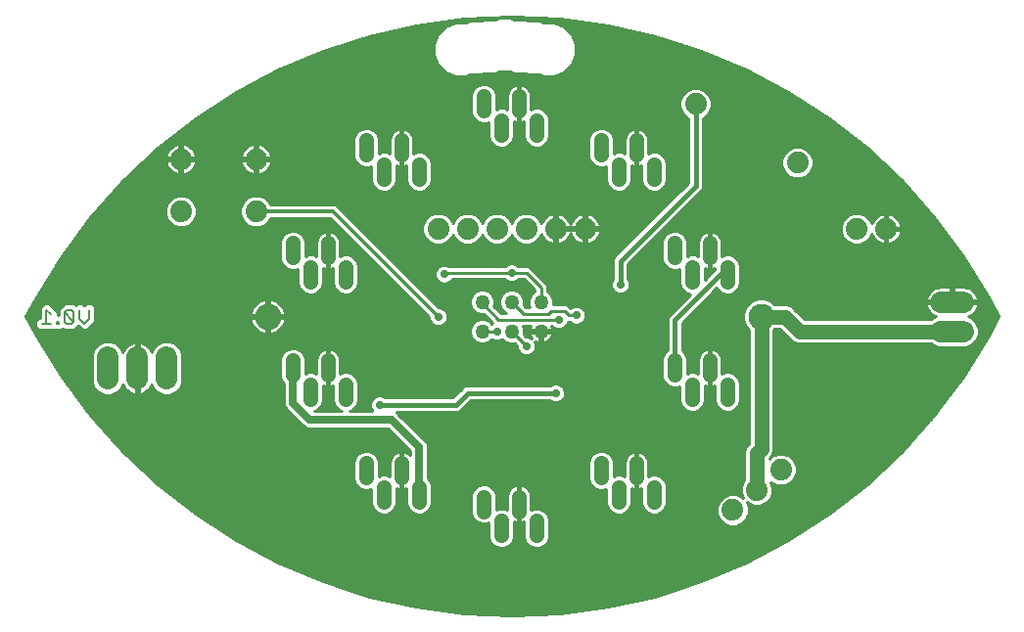
<source format=gbl>
G75*
%MOIN*%
%OFA0B0*%
%FSLAX25Y25*%
%IPPOS*%
%LPD*%
%AMOC8*
5,1,8,0,0,1.08239X$1,22.5*
%
%ADD10C,0.00800*%
%ADD11C,0.05000*%
%ADD12C,0.07400*%
%ADD13C,0.07400*%
%ADD14C,0.05000*%
%ADD15C,0.09000*%
%ADD16C,0.01000*%
%ADD17C,0.02900*%
%ADD18C,0.02500*%
%ADD19C,0.01600*%
%ADD20C,0.01200*%
D10*
X0011530Y0158900D02*
X0014733Y0158900D01*
X0013131Y0158900D02*
X0013131Y0163704D01*
X0014733Y0162103D01*
X0016510Y0159701D02*
X0016510Y0158900D01*
X0017311Y0158900D01*
X0017311Y0159701D01*
X0016510Y0159701D01*
X0019265Y0159701D02*
X0019265Y0162903D01*
X0022467Y0159701D01*
X0021667Y0158900D01*
X0020065Y0158900D01*
X0019265Y0159701D01*
X0022467Y0159701D02*
X0022467Y0162903D01*
X0021667Y0163704D01*
X0020065Y0163704D01*
X0019265Y0162903D01*
X0024421Y0163704D02*
X0024421Y0160501D01*
X0026022Y0158900D01*
X0027624Y0160501D01*
X0027624Y0163704D01*
D11*
X0097000Y0146487D02*
X0097000Y0141487D01*
X0103000Y0138237D02*
X0103000Y0133237D01*
X0109000Y0141487D02*
X0109000Y0146487D01*
X0115000Y0138237D02*
X0115000Y0133237D01*
X0122000Y0111487D02*
X0122000Y0106487D01*
X0128000Y0103237D02*
X0128000Y0098237D01*
X0134000Y0106487D02*
X0134000Y0111487D01*
X0140000Y0103237D02*
X0140000Y0098237D01*
X0162000Y0099987D02*
X0162000Y0094987D01*
X0168000Y0091737D02*
X0168000Y0086737D01*
X0174000Y0094987D02*
X0174000Y0099987D01*
X0180000Y0091737D02*
X0180000Y0086737D01*
X0202000Y0106487D02*
X0202000Y0111487D01*
X0208000Y0103237D02*
X0208000Y0098237D01*
X0214000Y0106487D02*
X0214000Y0111487D01*
X0220000Y0103237D02*
X0220000Y0098237D01*
X0255000Y0102300D02*
X0255000Y0114800D01*
X0256500Y0116300D01*
X0256500Y0161300D01*
X0264500Y0161300D01*
X0269500Y0156300D01*
X0321500Y0156300D01*
X0245000Y0173237D02*
X0245000Y0178237D01*
X0239000Y0181487D02*
X0239000Y0186487D01*
X0233000Y0178237D02*
X0233000Y0173237D01*
X0227000Y0181487D02*
X0227000Y0186487D01*
X0220000Y0208237D02*
X0220000Y0213237D01*
X0214000Y0216487D02*
X0214000Y0221487D01*
X0208000Y0213237D02*
X0208000Y0208237D01*
X0202000Y0216487D02*
X0202000Y0221487D01*
X0180000Y0223237D02*
X0180000Y0228237D01*
X0174000Y0231487D02*
X0174000Y0236487D01*
X0168000Y0228237D02*
X0168000Y0223237D01*
X0162000Y0231487D02*
X0162000Y0236487D01*
X0134000Y0221487D02*
X0134000Y0216487D01*
X0140000Y0213237D02*
X0140000Y0208237D01*
X0128000Y0208237D02*
X0128000Y0213237D01*
X0122000Y0216487D02*
X0122000Y0221487D01*
X0109000Y0186487D02*
X0109000Y0181487D01*
X0115000Y0178237D02*
X0115000Y0173237D01*
X0103000Y0173237D02*
X0103000Y0178237D01*
X0097000Y0181487D02*
X0097000Y0186487D01*
X0227000Y0146487D02*
X0227000Y0141487D01*
X0233000Y0138237D02*
X0233000Y0133237D01*
X0239000Y0141487D02*
X0239000Y0146487D01*
X0245000Y0138237D02*
X0245000Y0133237D01*
D12*
X0263197Y0109178D03*
X0255000Y0102300D03*
X0246803Y0095422D03*
X0289000Y0191300D03*
X0299000Y0191300D03*
X0268820Y0213800D03*
X0234179Y0233800D03*
X0196500Y0191300D03*
X0186500Y0191300D03*
X0176500Y0191300D03*
X0166500Y0191300D03*
X0156500Y0191300D03*
X0146500Y0191300D03*
X0084500Y0197200D03*
X0084500Y0215000D03*
X0058900Y0215000D03*
X0058900Y0197200D03*
D13*
X0054000Y0147500D02*
X0054000Y0140100D01*
X0044000Y0140100D02*
X0044000Y0147500D01*
X0034000Y0147500D02*
X0034000Y0140100D01*
X0317800Y0156300D02*
X0325200Y0156300D01*
X0325200Y0166300D02*
X0317800Y0166300D01*
D14*
X0181500Y0166300D03*
X0171500Y0166300D03*
X0161500Y0166300D03*
X0161500Y0156300D03*
X0171500Y0156300D03*
X0181500Y0156300D03*
D15*
X0256500Y0161300D03*
X0088500Y0161300D03*
D16*
X0092186Y0077425D02*
X0251214Y0077425D01*
X0251261Y0077445D02*
X0236113Y0071056D01*
X0220458Y0066034D01*
X0204420Y0062419D01*
X0188124Y0060238D01*
X0171700Y0059510D01*
X0155276Y0060238D01*
X0138980Y0062419D01*
X0122942Y0066034D01*
X0107287Y0071056D01*
X0092139Y0077445D01*
X0077616Y0085150D01*
X0063832Y0094112D01*
X0050896Y0104259D01*
X0038910Y0115511D01*
X0027968Y0127782D01*
X0018156Y0140973D01*
X0009550Y0154981D01*
X0006120Y0161500D01*
X0009550Y0168019D01*
X0018156Y0182027D01*
X0027968Y0195218D01*
X0038910Y0207489D01*
X0050896Y0218741D01*
X0063832Y0228888D01*
X0077616Y0237850D01*
X0092139Y0245555D01*
X0107287Y0251944D01*
X0122942Y0256966D01*
X0138980Y0260581D01*
X0155276Y0262762D01*
X0171700Y0263490D01*
X0188124Y0262762D01*
X0204420Y0260581D01*
X0220458Y0256966D01*
X0236113Y0251944D01*
X0251261Y0245555D01*
X0265784Y0237850D01*
X0279568Y0228888D01*
X0292504Y0218741D01*
X0304490Y0207489D01*
X0315432Y0195218D01*
X0325244Y0182027D01*
X0333850Y0168019D01*
X0337280Y0161500D01*
X0333850Y0154981D01*
X0325244Y0140973D01*
X0315432Y0127782D01*
X0304490Y0115511D01*
X0292504Y0104259D01*
X0279568Y0094112D01*
X0265784Y0085150D01*
X0251261Y0077445D01*
X0253106Y0078424D02*
X0090294Y0078424D01*
X0092139Y0077445D02*
X0092139Y0077445D01*
X0094554Y0076427D02*
X0248846Y0076427D01*
X0246479Y0075428D02*
X0096921Y0075428D01*
X0099289Y0074430D02*
X0244111Y0074430D01*
X0241744Y0073431D02*
X0101656Y0073431D01*
X0104024Y0072432D02*
X0239376Y0072432D01*
X0237008Y0071434D02*
X0106392Y0071434D01*
X0109223Y0070435D02*
X0234177Y0070435D01*
X0231065Y0069437D02*
X0112335Y0069437D01*
X0115448Y0068438D02*
X0227952Y0068438D01*
X0224839Y0067440D02*
X0118561Y0067440D01*
X0121674Y0066441D02*
X0221726Y0066441D01*
X0217834Y0065443D02*
X0125566Y0065443D01*
X0129996Y0064444D02*
X0213404Y0064444D01*
X0208975Y0063446D02*
X0134425Y0063446D01*
X0138855Y0062447D02*
X0204545Y0062447D01*
X0197170Y0061449D02*
X0146230Y0061449D01*
X0153691Y0060450D02*
X0189709Y0060450D01*
X0180835Y0082537D02*
X0182379Y0083177D01*
X0183561Y0084358D01*
X0184200Y0085902D01*
X0184200Y0092573D01*
X0183561Y0094116D01*
X0182379Y0095298D01*
X0180835Y0095937D01*
X0179165Y0095937D01*
X0178000Y0095455D01*
X0178000Y0100381D01*
X0177846Y0101154D01*
X0177545Y0101882D01*
X0177107Y0102537D01*
X0176550Y0103094D01*
X0175895Y0103532D01*
X0175167Y0103834D01*
X0174394Y0103987D01*
X0174250Y0103987D01*
X0174250Y0095237D01*
X0173750Y0095237D01*
X0173750Y0103987D01*
X0173606Y0103987D01*
X0172833Y0103834D01*
X0172105Y0103532D01*
X0171450Y0103094D01*
X0170893Y0102537D01*
X0170455Y0101882D01*
X0170154Y0101154D01*
X0170000Y0100381D01*
X0170000Y0095455D01*
X0168835Y0095937D01*
X0167165Y0095937D01*
X0166200Y0095538D01*
X0166200Y0100823D01*
X0165561Y0102366D01*
X0164379Y0103548D01*
X0162835Y0104187D01*
X0161165Y0104187D01*
X0159621Y0103548D01*
X0158439Y0102366D01*
X0157800Y0100823D01*
X0157800Y0094152D01*
X0158439Y0092608D01*
X0159621Y0091427D01*
X0161165Y0090787D01*
X0162835Y0090787D01*
X0163800Y0091187D01*
X0163800Y0085902D01*
X0164439Y0084358D01*
X0165621Y0083177D01*
X0167165Y0082537D01*
X0168835Y0082537D01*
X0170379Y0083177D01*
X0171561Y0084358D01*
X0172200Y0085902D01*
X0172200Y0091403D01*
X0172833Y0091141D01*
X0173606Y0090987D01*
X0173750Y0090987D01*
X0173750Y0094737D01*
X0174250Y0094737D01*
X0174250Y0090987D01*
X0174394Y0090987D01*
X0175167Y0091141D01*
X0175800Y0091403D01*
X0175800Y0085902D01*
X0176439Y0084358D01*
X0177621Y0083177D01*
X0179165Y0082537D01*
X0180835Y0082537D01*
X0182618Y0083416D02*
X0262516Y0083416D01*
X0264398Y0084415D02*
X0183584Y0084415D01*
X0183998Y0085413D02*
X0266189Y0085413D01*
X0267725Y0086412D02*
X0184200Y0086412D01*
X0184200Y0087410D02*
X0269260Y0087410D01*
X0270796Y0088409D02*
X0184200Y0088409D01*
X0184200Y0089407D02*
X0272332Y0089407D01*
X0273868Y0090406D02*
X0248803Y0090406D01*
X0247877Y0090022D02*
X0249862Y0090844D01*
X0251381Y0092363D01*
X0252203Y0094348D01*
X0252203Y0096496D01*
X0251522Y0098141D01*
X0251941Y0097722D01*
X0253926Y0096900D01*
X0256074Y0096900D01*
X0258059Y0097722D01*
X0259578Y0099241D01*
X0260400Y0101226D01*
X0260400Y0103374D01*
X0259719Y0105019D01*
X0260138Y0104600D01*
X0262123Y0103778D01*
X0264271Y0103778D01*
X0266256Y0104600D01*
X0267775Y0106119D01*
X0268597Y0108104D01*
X0268597Y0110252D01*
X0267775Y0112237D01*
X0266256Y0113756D01*
X0264271Y0114578D01*
X0262123Y0114578D01*
X0260138Y0113756D01*
X0259200Y0112818D01*
X0259200Y0113060D01*
X0260061Y0113921D01*
X0260700Y0115465D01*
X0260700Y0156732D01*
X0261068Y0157100D01*
X0262760Y0157100D01*
X0267121Y0152739D01*
X0268665Y0152100D01*
X0314363Y0152100D01*
X0314741Y0151722D01*
X0316726Y0150900D01*
X0326274Y0150900D01*
X0328259Y0151722D01*
X0329778Y0153241D01*
X0330600Y0155226D01*
X0330600Y0157374D01*
X0329778Y0159359D01*
X0328259Y0160878D01*
X0326976Y0161409D01*
X0327196Y0161481D01*
X0327925Y0161853D01*
X0328588Y0162334D01*
X0329166Y0162912D01*
X0329647Y0163575D01*
X0330019Y0164304D01*
X0330272Y0165082D01*
X0330386Y0165800D01*
X0322000Y0165800D01*
X0322000Y0166800D01*
X0321000Y0166800D01*
X0321000Y0171500D01*
X0317391Y0171500D01*
X0316582Y0171372D01*
X0315804Y0171119D01*
X0315075Y0170747D01*
X0314412Y0170266D01*
X0313834Y0169688D01*
X0313353Y0169025D01*
X0312981Y0168296D01*
X0312728Y0167518D01*
X0312614Y0166800D01*
X0321000Y0166800D01*
X0321000Y0165800D01*
X0312614Y0165800D01*
X0312728Y0165082D01*
X0312981Y0164304D01*
X0313353Y0163575D01*
X0313834Y0162912D01*
X0314412Y0162334D01*
X0315075Y0161853D01*
X0315804Y0161481D01*
X0316024Y0161409D01*
X0314741Y0160878D01*
X0314363Y0160500D01*
X0271240Y0160500D01*
X0268061Y0163679D01*
X0266879Y0164861D01*
X0265335Y0165500D01*
X0261068Y0165500D01*
X0260012Y0166556D01*
X0257733Y0167500D01*
X0255267Y0167500D01*
X0252988Y0166556D01*
X0251244Y0164812D01*
X0250300Y0162533D01*
X0250300Y0160067D01*
X0251244Y0157788D01*
X0252300Y0156732D01*
X0252300Y0118040D01*
X0251439Y0117179D01*
X0250800Y0115635D01*
X0250800Y0105737D01*
X0250422Y0105359D01*
X0249600Y0103374D01*
X0249600Y0101226D01*
X0250281Y0099581D01*
X0249862Y0100000D01*
X0247877Y0100822D01*
X0245729Y0100822D01*
X0243744Y0100000D01*
X0242225Y0098481D01*
X0241403Y0096496D01*
X0241403Y0094348D01*
X0242225Y0092363D01*
X0243744Y0090844D01*
X0245729Y0090022D01*
X0247877Y0090022D01*
X0250422Y0091404D02*
X0275404Y0091404D01*
X0276939Y0092403D02*
X0251398Y0092403D01*
X0251811Y0093401D02*
X0278475Y0093401D01*
X0279935Y0094400D02*
X0252203Y0094400D01*
X0252203Y0095398D02*
X0281208Y0095398D01*
X0282481Y0096397D02*
X0252203Y0096397D01*
X0251831Y0097395D02*
X0252730Y0097395D01*
X0249946Y0100391D02*
X0248919Y0100391D01*
X0249600Y0101389D02*
X0224200Y0101389D01*
X0224200Y0100391D02*
X0244688Y0100391D01*
X0243137Y0099392D02*
X0224200Y0099392D01*
X0224200Y0098394D02*
X0242189Y0098394D01*
X0241776Y0097395D02*
X0224197Y0097395D01*
X0224200Y0097402D02*
X0224200Y0104073D01*
X0223561Y0105616D01*
X0222379Y0106798D01*
X0220835Y0107437D01*
X0219165Y0107437D01*
X0218000Y0106955D01*
X0218000Y0111881D01*
X0217846Y0112654D01*
X0217545Y0113382D01*
X0217107Y0114037D01*
X0216550Y0114594D01*
X0215895Y0115032D01*
X0215167Y0115334D01*
X0214394Y0115487D01*
X0214250Y0115487D01*
X0214250Y0106737D01*
X0213750Y0106737D01*
X0213750Y0115487D01*
X0213606Y0115487D01*
X0212833Y0115334D01*
X0212105Y0115032D01*
X0211450Y0114594D01*
X0210893Y0114037D01*
X0210455Y0113382D01*
X0210154Y0112654D01*
X0210000Y0111881D01*
X0210000Y0106955D01*
X0208835Y0107437D01*
X0207165Y0107437D01*
X0206200Y0107038D01*
X0206200Y0112323D01*
X0205561Y0113866D01*
X0204379Y0115048D01*
X0202835Y0115687D01*
X0201165Y0115687D01*
X0199621Y0115048D01*
X0198439Y0113866D01*
X0197800Y0112323D01*
X0197800Y0105652D01*
X0198439Y0104108D01*
X0199621Y0102927D01*
X0201165Y0102287D01*
X0202835Y0102287D01*
X0203800Y0102687D01*
X0203800Y0097402D01*
X0204439Y0095858D01*
X0205621Y0094677D01*
X0207165Y0094037D01*
X0208835Y0094037D01*
X0210379Y0094677D01*
X0211561Y0095858D01*
X0212200Y0097402D01*
X0212200Y0102903D01*
X0212833Y0102641D01*
X0213606Y0102487D01*
X0213750Y0102487D01*
X0213750Y0106237D01*
X0214250Y0106237D01*
X0214250Y0102487D01*
X0214394Y0102487D01*
X0215167Y0102641D01*
X0215800Y0102903D01*
X0215800Y0097402D01*
X0216439Y0095858D01*
X0217621Y0094677D01*
X0219165Y0094037D01*
X0220835Y0094037D01*
X0222379Y0094677D01*
X0223561Y0095858D01*
X0224200Y0097402D01*
X0223784Y0096397D02*
X0241403Y0096397D01*
X0241403Y0095398D02*
X0223101Y0095398D01*
X0221710Y0094400D02*
X0241403Y0094400D01*
X0241795Y0093401D02*
X0183857Y0093401D01*
X0184200Y0092403D02*
X0242209Y0092403D01*
X0243185Y0091404D02*
X0184200Y0091404D01*
X0184200Y0090406D02*
X0244803Y0090406D01*
X0257270Y0097395D02*
X0283754Y0097395D01*
X0285027Y0098394D02*
X0258731Y0098394D01*
X0259641Y0099392D02*
X0286300Y0099392D01*
X0287573Y0100391D02*
X0260054Y0100391D01*
X0260400Y0101389D02*
X0288846Y0101389D01*
X0290119Y0102388D02*
X0260400Y0102388D01*
X0260395Y0103386D02*
X0291392Y0103386D01*
X0292638Y0104385D02*
X0265736Y0104385D01*
X0267039Y0105383D02*
X0293702Y0105383D01*
X0294765Y0106382D02*
X0267883Y0106382D01*
X0268297Y0107380D02*
X0295829Y0107380D01*
X0296892Y0108379D02*
X0268597Y0108379D01*
X0268597Y0109377D02*
X0297956Y0109377D01*
X0299019Y0110376D02*
X0268545Y0110376D01*
X0268132Y0111374D02*
X0300083Y0111374D01*
X0301147Y0112373D02*
X0267638Y0112373D01*
X0266640Y0113371D02*
X0302210Y0113371D01*
X0303274Y0114370D02*
X0264773Y0114370D01*
X0261621Y0114370D02*
X0260247Y0114370D01*
X0260660Y0115368D02*
X0304337Y0115368D01*
X0305253Y0116367D02*
X0260700Y0116367D01*
X0260700Y0117366D02*
X0306143Y0117366D01*
X0307033Y0118364D02*
X0260700Y0118364D01*
X0260700Y0119363D02*
X0307924Y0119363D01*
X0308814Y0120361D02*
X0260700Y0120361D01*
X0260700Y0121360D02*
X0309705Y0121360D01*
X0310595Y0122358D02*
X0260700Y0122358D01*
X0260700Y0123357D02*
X0311486Y0123357D01*
X0312376Y0124355D02*
X0260700Y0124355D01*
X0260700Y0125354D02*
X0313267Y0125354D01*
X0314157Y0126352D02*
X0260700Y0126352D01*
X0260700Y0127351D02*
X0315047Y0127351D01*
X0315854Y0128349D02*
X0260700Y0128349D01*
X0260700Y0129348D02*
X0316597Y0129348D01*
X0317339Y0130346D02*
X0260700Y0130346D01*
X0260700Y0131345D02*
X0318082Y0131345D01*
X0318825Y0132343D02*
X0260700Y0132343D01*
X0260700Y0133342D02*
X0319568Y0133342D01*
X0320310Y0134340D02*
X0260700Y0134340D01*
X0260700Y0135339D02*
X0321053Y0135339D01*
X0321796Y0136337D02*
X0260700Y0136337D01*
X0260700Y0137336D02*
X0322539Y0137336D01*
X0323281Y0138334D02*
X0260700Y0138334D01*
X0260700Y0139333D02*
X0324024Y0139333D01*
X0324767Y0140331D02*
X0260700Y0140331D01*
X0260700Y0141330D02*
X0325463Y0141330D01*
X0326077Y0142328D02*
X0260700Y0142328D01*
X0260700Y0143327D02*
X0326690Y0143327D01*
X0327304Y0144325D02*
X0260700Y0144325D01*
X0260700Y0145324D02*
X0327917Y0145324D01*
X0328530Y0146322D02*
X0260700Y0146322D01*
X0260700Y0147321D02*
X0329144Y0147321D01*
X0329757Y0148319D02*
X0260700Y0148319D01*
X0260700Y0149318D02*
X0330371Y0149318D01*
X0330984Y0150316D02*
X0260700Y0150316D01*
X0260700Y0151315D02*
X0315724Y0151315D01*
X0327276Y0151315D02*
X0331597Y0151315D01*
X0332211Y0152313D02*
X0328850Y0152313D01*
X0329807Y0153312D02*
X0332824Y0153312D01*
X0333438Y0154310D02*
X0330221Y0154310D01*
X0330600Y0155309D02*
X0334022Y0155309D01*
X0334547Y0156307D02*
X0330600Y0156307D01*
X0330600Y0157306D02*
X0335073Y0157306D01*
X0335598Y0158304D02*
X0330215Y0158304D01*
X0329801Y0159303D02*
X0336124Y0159303D01*
X0336649Y0160301D02*
X0328835Y0160301D01*
X0327240Y0161300D02*
X0337174Y0161300D01*
X0336859Y0162299D02*
X0328539Y0162299D01*
X0329446Y0163297D02*
X0336334Y0163297D01*
X0335809Y0164296D02*
X0330015Y0164296D01*
X0330305Y0165294D02*
X0335283Y0165294D01*
X0334758Y0166293D02*
X0322000Y0166293D01*
X0322000Y0166800D02*
X0330386Y0166800D01*
X0330272Y0167518D01*
X0330019Y0168296D01*
X0329647Y0169025D01*
X0329166Y0169688D01*
X0328588Y0170266D01*
X0327925Y0170747D01*
X0327196Y0171119D01*
X0326418Y0171372D01*
X0325609Y0171500D01*
X0322000Y0171500D01*
X0322000Y0166800D01*
X0322000Y0167291D02*
X0321000Y0167291D01*
X0321000Y0166293D02*
X0260276Y0166293D01*
X0258238Y0167291D02*
X0312692Y0167291D01*
X0312979Y0168290D02*
X0238588Y0168290D01*
X0239586Y0169288D02*
X0243559Y0169288D01*
X0244165Y0169037D02*
X0245835Y0169037D01*
X0247379Y0169677D01*
X0248561Y0170858D01*
X0249200Y0172402D01*
X0249200Y0179073D01*
X0248561Y0180616D01*
X0247379Y0181798D01*
X0245835Y0182437D01*
X0244165Y0182437D01*
X0243000Y0181955D01*
X0243000Y0186881D01*
X0242846Y0187654D01*
X0242545Y0188382D01*
X0242107Y0189037D01*
X0241550Y0189594D01*
X0240895Y0190032D01*
X0240167Y0190334D01*
X0239394Y0190487D01*
X0239250Y0190487D01*
X0239250Y0181737D01*
X0238750Y0181737D01*
X0238750Y0190487D01*
X0238606Y0190487D01*
X0237833Y0190334D01*
X0237105Y0190032D01*
X0236450Y0189594D01*
X0235893Y0189037D01*
X0235455Y0188382D01*
X0235154Y0187654D01*
X0235000Y0186881D01*
X0235000Y0181955D01*
X0233835Y0182437D01*
X0232165Y0182437D01*
X0231200Y0182038D01*
X0231200Y0187323D01*
X0230561Y0188866D01*
X0229379Y0190048D01*
X0227835Y0190687D01*
X0226165Y0190687D01*
X0224621Y0190048D01*
X0223439Y0188866D01*
X0222800Y0187323D01*
X0222800Y0180652D01*
X0223439Y0179108D01*
X0224621Y0177927D01*
X0226165Y0177287D01*
X0227835Y0177287D01*
X0228800Y0177687D01*
X0228800Y0172402D01*
X0229439Y0170858D01*
X0230621Y0169677D01*
X0232165Y0169037D01*
X0232264Y0169037D01*
X0224881Y0161654D01*
X0224500Y0160735D01*
X0224500Y0149927D01*
X0223439Y0148866D01*
X0222800Y0147323D01*
X0222800Y0140652D01*
X0223439Y0139108D01*
X0224621Y0137927D01*
X0226165Y0137287D01*
X0227835Y0137287D01*
X0228800Y0137687D01*
X0228800Y0132402D01*
X0229439Y0130858D01*
X0230621Y0129677D01*
X0232165Y0129037D01*
X0233835Y0129037D01*
X0235379Y0129677D01*
X0236561Y0130858D01*
X0237200Y0132402D01*
X0237200Y0137903D01*
X0237833Y0137641D01*
X0238606Y0137487D01*
X0238750Y0137487D01*
X0238750Y0141237D01*
X0239250Y0141237D01*
X0239250Y0137487D01*
X0239394Y0137487D01*
X0240167Y0137641D01*
X0240800Y0137903D01*
X0240800Y0132402D01*
X0241439Y0130858D01*
X0242621Y0129677D01*
X0244165Y0129037D01*
X0245835Y0129037D01*
X0247379Y0129677D01*
X0248561Y0130858D01*
X0249200Y0132402D01*
X0249200Y0139073D01*
X0248561Y0140616D01*
X0247379Y0141798D01*
X0245835Y0142437D01*
X0244165Y0142437D01*
X0243000Y0141955D01*
X0243000Y0146881D01*
X0242846Y0147654D01*
X0242545Y0148382D01*
X0242107Y0149037D01*
X0241550Y0149594D01*
X0240895Y0150032D01*
X0240167Y0150334D01*
X0239394Y0150487D01*
X0239250Y0150487D01*
X0239250Y0141737D01*
X0238750Y0141737D01*
X0238750Y0150487D01*
X0238606Y0150487D01*
X0237833Y0150334D01*
X0237105Y0150032D01*
X0236450Y0149594D01*
X0235893Y0149037D01*
X0235455Y0148382D01*
X0235154Y0147654D01*
X0235000Y0146881D01*
X0235000Y0141955D01*
X0233835Y0142437D01*
X0232165Y0142437D01*
X0231200Y0142038D01*
X0231200Y0147323D01*
X0230561Y0148866D01*
X0229500Y0149927D01*
X0229500Y0159202D01*
X0241357Y0171058D01*
X0241439Y0170858D01*
X0242621Y0169677D01*
X0244165Y0169037D01*
X0246441Y0169288D02*
X0313543Y0169288D01*
X0314440Y0170287D02*
X0247989Y0170287D01*
X0248737Y0171285D02*
X0316315Y0171285D01*
X0321000Y0171285D02*
X0322000Y0171285D01*
X0322000Y0170287D02*
X0321000Y0170287D01*
X0321000Y0169288D02*
X0322000Y0169288D01*
X0322000Y0168290D02*
X0321000Y0168290D01*
X0326685Y0171285D02*
X0331843Y0171285D01*
X0332456Y0170287D02*
X0328560Y0170287D01*
X0329457Y0169288D02*
X0333070Y0169288D01*
X0333683Y0168290D02*
X0330021Y0168290D01*
X0330308Y0167291D02*
X0334233Y0167291D01*
X0333850Y0168019D02*
X0333850Y0168019D01*
X0331230Y0172284D02*
X0249151Y0172284D01*
X0249200Y0173282D02*
X0330616Y0173282D01*
X0330003Y0174281D02*
X0249200Y0174281D01*
X0249200Y0175279D02*
X0329390Y0175279D01*
X0328776Y0176278D02*
X0249200Y0176278D01*
X0249200Y0177276D02*
X0328163Y0177276D01*
X0327549Y0178275D02*
X0249200Y0178275D01*
X0249117Y0179273D02*
X0326936Y0179273D01*
X0326323Y0180272D02*
X0248703Y0180272D01*
X0247907Y0181270D02*
X0325709Y0181270D01*
X0325064Y0182269D02*
X0246243Y0182269D01*
X0243757Y0182269D02*
X0243000Y0182269D01*
X0243000Y0183267D02*
X0324322Y0183267D01*
X0323579Y0184266D02*
X0243000Y0184266D01*
X0243000Y0185264D02*
X0322836Y0185264D01*
X0322093Y0186263D02*
X0300325Y0186263D01*
X0300218Y0186228D02*
X0300996Y0186481D01*
X0301725Y0186853D01*
X0302388Y0187334D01*
X0302966Y0187912D01*
X0303447Y0188575D01*
X0303819Y0189304D01*
X0304072Y0190082D01*
X0304200Y0190891D01*
X0304200Y0191000D01*
X0299300Y0191000D01*
X0299300Y0191600D01*
X0304200Y0191600D01*
X0304200Y0191709D01*
X0304072Y0192518D01*
X0303819Y0193296D01*
X0303447Y0194025D01*
X0302966Y0194688D01*
X0302388Y0195266D01*
X0301725Y0195747D01*
X0300996Y0196119D01*
X0300218Y0196372D01*
X0299409Y0196500D01*
X0299300Y0196500D01*
X0299300Y0191600D01*
X0298700Y0191600D01*
X0298700Y0196500D01*
X0298591Y0196500D01*
X0297782Y0196372D01*
X0297004Y0196119D01*
X0296275Y0195747D01*
X0295612Y0195266D01*
X0295034Y0194688D01*
X0294553Y0194025D01*
X0294181Y0193296D01*
X0294109Y0193076D01*
X0293578Y0194359D01*
X0292059Y0195878D01*
X0290074Y0196700D01*
X0287926Y0196700D01*
X0285941Y0195878D01*
X0284422Y0194359D01*
X0283600Y0192374D01*
X0283600Y0190226D01*
X0284422Y0188241D01*
X0285941Y0186722D01*
X0287926Y0185900D01*
X0290074Y0185900D01*
X0292059Y0186722D01*
X0293578Y0188241D01*
X0294109Y0189524D01*
X0294181Y0189304D01*
X0294553Y0188575D01*
X0295034Y0187912D01*
X0295612Y0187334D01*
X0296275Y0186853D01*
X0297004Y0186481D01*
X0297782Y0186228D01*
X0298591Y0186100D01*
X0298700Y0186100D01*
X0298700Y0191000D01*
X0299300Y0191000D01*
X0299300Y0186100D01*
X0299409Y0186100D01*
X0300218Y0186228D01*
X0299300Y0186263D02*
X0298700Y0186263D01*
X0298700Y0187261D02*
X0299300Y0187261D01*
X0299300Y0188260D02*
X0298700Y0188260D01*
X0298700Y0189258D02*
X0299300Y0189258D01*
X0299300Y0190257D02*
X0298700Y0190257D01*
X0299300Y0191255D02*
X0318380Y0191255D01*
X0319122Y0190257D02*
X0304100Y0190257D01*
X0303796Y0189258D02*
X0319865Y0189258D01*
X0320608Y0188260D02*
X0303219Y0188260D01*
X0302288Y0187261D02*
X0321351Y0187261D01*
X0317637Y0192254D02*
X0304114Y0192254D01*
X0303833Y0193252D02*
X0316894Y0193252D01*
X0316151Y0194251D02*
X0303284Y0194251D01*
X0302405Y0195249D02*
X0315404Y0195249D01*
X0315432Y0195218D02*
X0315432Y0195218D01*
X0314514Y0196248D02*
X0300599Y0196248D01*
X0299300Y0196248D02*
X0298700Y0196248D01*
X0298700Y0195249D02*
X0299300Y0195249D01*
X0299300Y0194251D02*
X0298700Y0194251D01*
X0298700Y0193252D02*
X0299300Y0193252D01*
X0299300Y0192254D02*
X0298700Y0192254D01*
X0297401Y0196248D02*
X0291166Y0196248D01*
X0292687Y0195249D02*
X0295595Y0195249D01*
X0294716Y0194251D02*
X0293623Y0194251D01*
X0294036Y0193252D02*
X0294167Y0193252D01*
X0294204Y0189258D02*
X0293999Y0189258D01*
X0293586Y0188260D02*
X0294781Y0188260D01*
X0295712Y0187261D02*
X0292598Y0187261D01*
X0290950Y0186263D02*
X0297675Y0186263D01*
X0287050Y0186263D02*
X0243000Y0186263D01*
X0242924Y0187261D02*
X0285402Y0187261D01*
X0284414Y0188260D02*
X0242595Y0188260D01*
X0241886Y0189258D02*
X0284001Y0189258D01*
X0283600Y0190257D02*
X0240352Y0190257D01*
X0239250Y0190257D02*
X0238750Y0190257D01*
X0238750Y0189258D02*
X0239250Y0189258D01*
X0239250Y0188260D02*
X0238750Y0188260D01*
X0238750Y0187261D02*
X0239250Y0187261D01*
X0239250Y0186263D02*
X0238750Y0186263D01*
X0238750Y0185264D02*
X0239250Y0185264D01*
X0239250Y0184266D02*
X0238750Y0184266D01*
X0238750Y0183267D02*
X0239250Y0183267D01*
X0239250Y0182269D02*
X0238750Y0182269D01*
X0238750Y0181237D02*
X0239250Y0181237D01*
X0239250Y0177487D01*
X0239394Y0177487D01*
X0240167Y0177641D01*
X0240800Y0177903D01*
X0240800Y0177573D01*
X0237200Y0173973D01*
X0237200Y0177903D01*
X0237833Y0177641D01*
X0238606Y0177487D01*
X0238750Y0177487D01*
X0238750Y0181237D01*
X0238750Y0180272D02*
X0239250Y0180272D01*
X0239250Y0179273D02*
X0238750Y0179273D01*
X0238750Y0178275D02*
X0239250Y0178275D01*
X0240503Y0177276D02*
X0237200Y0177276D01*
X0237200Y0176278D02*
X0239505Y0176278D01*
X0238506Y0175279D02*
X0237200Y0175279D01*
X0237200Y0174281D02*
X0237508Y0174281D01*
X0240585Y0170287D02*
X0242011Y0170287D01*
X0237589Y0167291D02*
X0254762Y0167291D01*
X0252724Y0166293D02*
X0236591Y0166293D01*
X0235592Y0165294D02*
X0251726Y0165294D01*
X0251030Y0164296D02*
X0234594Y0164296D01*
X0233595Y0163297D02*
X0250616Y0163297D01*
X0250300Y0162299D02*
X0232597Y0162299D01*
X0231598Y0161300D02*
X0250300Y0161300D01*
X0250300Y0160301D02*
X0230600Y0160301D01*
X0229601Y0159303D02*
X0250616Y0159303D01*
X0251030Y0158304D02*
X0229500Y0158304D01*
X0229500Y0157306D02*
X0251726Y0157306D01*
X0252300Y0156307D02*
X0229500Y0156307D01*
X0229500Y0155309D02*
X0252300Y0155309D01*
X0252300Y0154310D02*
X0229500Y0154310D01*
X0229500Y0153312D02*
X0252300Y0153312D01*
X0252300Y0152313D02*
X0229500Y0152313D01*
X0229500Y0151315D02*
X0252300Y0151315D01*
X0252300Y0150316D02*
X0240209Y0150316D01*
X0239250Y0150316D02*
X0238750Y0150316D01*
X0237791Y0150316D02*
X0229500Y0150316D01*
X0230109Y0149318D02*
X0236174Y0149318D01*
X0235429Y0148319D02*
X0230787Y0148319D01*
X0231200Y0147321D02*
X0235087Y0147321D01*
X0235000Y0146322D02*
X0231200Y0146322D01*
X0231200Y0145324D02*
X0235000Y0145324D01*
X0235000Y0144325D02*
X0231200Y0144325D01*
X0231200Y0143327D02*
X0235000Y0143327D01*
X0235000Y0142328D02*
X0234099Y0142328D01*
X0231901Y0142328D02*
X0231200Y0142328D01*
X0228800Y0137336D02*
X0227952Y0137336D01*
X0228800Y0136337D02*
X0189480Y0136337D01*
X0189650Y0135927D02*
X0189170Y0137084D01*
X0188284Y0137970D01*
X0187127Y0138450D01*
X0185873Y0138450D01*
X0184716Y0137970D01*
X0184545Y0137800D01*
X0156003Y0137800D01*
X0155084Y0137419D01*
X0154381Y0136716D01*
X0151464Y0133800D01*
X0128455Y0133800D01*
X0128284Y0133970D01*
X0127127Y0134450D01*
X0125873Y0134450D01*
X0124716Y0133970D01*
X0123830Y0133084D01*
X0123350Y0131927D01*
X0123350Y0130673D01*
X0123830Y0129516D01*
X0124095Y0129250D01*
X0116349Y0129250D01*
X0117379Y0129677D01*
X0118561Y0130858D01*
X0119200Y0132402D01*
X0119200Y0139073D01*
X0118561Y0140616D01*
X0117379Y0141798D01*
X0115835Y0142437D01*
X0114165Y0142437D01*
X0113000Y0141955D01*
X0113000Y0146881D01*
X0112846Y0147654D01*
X0112545Y0148382D01*
X0112107Y0149037D01*
X0111550Y0149594D01*
X0110895Y0150032D01*
X0110167Y0150334D01*
X0109394Y0150487D01*
X0109250Y0150487D01*
X0109250Y0141737D01*
X0108750Y0141737D01*
X0108750Y0150487D01*
X0108606Y0150487D01*
X0107833Y0150334D01*
X0107105Y0150032D01*
X0106450Y0149594D01*
X0105893Y0149037D01*
X0105455Y0148382D01*
X0105154Y0147654D01*
X0105000Y0146881D01*
X0105000Y0141955D01*
X0103835Y0142437D01*
X0102165Y0142437D01*
X0101200Y0142038D01*
X0101200Y0147323D01*
X0100561Y0148866D01*
X0099379Y0150048D01*
X0097835Y0150687D01*
X0096165Y0150687D01*
X0094621Y0150048D01*
X0093439Y0148866D01*
X0092800Y0147323D01*
X0092800Y0140652D01*
X0093439Y0139108D01*
X0094050Y0138498D01*
X0094050Y0131213D01*
X0094499Y0130129D01*
X0095329Y0129299D01*
X0100829Y0123799D01*
X0101913Y0123350D01*
X0129278Y0123350D01*
X0137050Y0115578D01*
X0137050Y0114094D01*
X0136550Y0114594D01*
X0135895Y0115032D01*
X0135167Y0115334D01*
X0134394Y0115487D01*
X0134250Y0115487D01*
X0134250Y0106737D01*
X0133750Y0106737D01*
X0133750Y0115487D01*
X0133606Y0115487D01*
X0132833Y0115334D01*
X0132105Y0115032D01*
X0131450Y0114594D01*
X0130893Y0114037D01*
X0130455Y0113382D01*
X0130154Y0112654D01*
X0130000Y0111881D01*
X0130000Y0106955D01*
X0128835Y0107437D01*
X0127165Y0107437D01*
X0126200Y0107038D01*
X0126200Y0112323D01*
X0125561Y0113866D01*
X0124379Y0115048D01*
X0122835Y0115687D01*
X0121165Y0115687D01*
X0119621Y0115048D01*
X0118439Y0113866D01*
X0117800Y0112323D01*
X0117800Y0105652D01*
X0118439Y0104108D01*
X0119621Y0102927D01*
X0121165Y0102287D01*
X0122835Y0102287D01*
X0123800Y0102687D01*
X0123800Y0097402D01*
X0124439Y0095858D01*
X0125621Y0094677D01*
X0127165Y0094037D01*
X0128835Y0094037D01*
X0130379Y0094677D01*
X0131561Y0095858D01*
X0132200Y0097402D01*
X0132200Y0102903D01*
X0132833Y0102641D01*
X0133606Y0102487D01*
X0133750Y0102487D01*
X0133750Y0106237D01*
X0134250Y0106237D01*
X0134250Y0102487D01*
X0134394Y0102487D01*
X0135167Y0102641D01*
X0135800Y0102903D01*
X0135800Y0097402D01*
X0136439Y0095858D01*
X0137621Y0094677D01*
X0139165Y0094037D01*
X0140835Y0094037D01*
X0142379Y0094677D01*
X0143561Y0095858D01*
X0144200Y0097402D01*
X0144200Y0104073D01*
X0143561Y0105616D01*
X0142950Y0106227D01*
X0142950Y0117387D01*
X0142501Y0118471D01*
X0133001Y0127971D01*
X0132172Y0128800D01*
X0152997Y0128800D01*
X0153916Y0129181D01*
X0157536Y0132800D01*
X0184545Y0132800D01*
X0184716Y0132630D01*
X0185873Y0132150D01*
X0187127Y0132150D01*
X0188284Y0132630D01*
X0189170Y0133516D01*
X0189650Y0134673D01*
X0189650Y0135927D01*
X0189650Y0135339D02*
X0228800Y0135339D01*
X0228800Y0134340D02*
X0189512Y0134340D01*
X0188996Y0133342D02*
X0228800Y0133342D01*
X0228824Y0132343D02*
X0187593Y0132343D01*
X0185407Y0132343D02*
X0157079Y0132343D01*
X0156080Y0131345D02*
X0229238Y0131345D01*
X0229952Y0130346D02*
X0155082Y0130346D01*
X0154083Y0129348D02*
X0231416Y0129348D01*
X0234584Y0129348D02*
X0243416Y0129348D01*
X0241952Y0130346D02*
X0236048Y0130346D01*
X0236762Y0131345D02*
X0241238Y0131345D01*
X0240824Y0132343D02*
X0237176Y0132343D01*
X0237200Y0133342D02*
X0240800Y0133342D01*
X0240800Y0134340D02*
X0237200Y0134340D01*
X0237200Y0135339D02*
X0240800Y0135339D01*
X0240800Y0136337D02*
X0237200Y0136337D01*
X0237200Y0137336D02*
X0240800Y0137336D01*
X0239250Y0138334D02*
X0238750Y0138334D01*
X0238750Y0139333D02*
X0239250Y0139333D01*
X0239250Y0140331D02*
X0238750Y0140331D01*
X0238750Y0142328D02*
X0239250Y0142328D01*
X0239250Y0143327D02*
X0238750Y0143327D01*
X0238750Y0144325D02*
X0239250Y0144325D01*
X0239250Y0145324D02*
X0238750Y0145324D01*
X0238750Y0146322D02*
X0239250Y0146322D01*
X0239250Y0147321D02*
X0238750Y0147321D01*
X0238750Y0148319D02*
X0239250Y0148319D01*
X0239250Y0149318D02*
X0238750Y0149318D01*
X0241826Y0149318D02*
X0252300Y0149318D01*
X0252300Y0148319D02*
X0242571Y0148319D01*
X0242913Y0147321D02*
X0252300Y0147321D01*
X0252300Y0146322D02*
X0243000Y0146322D01*
X0243000Y0145324D02*
X0252300Y0145324D01*
X0252300Y0144325D02*
X0243000Y0144325D01*
X0243000Y0143327D02*
X0252300Y0143327D01*
X0252300Y0142328D02*
X0246099Y0142328D01*
X0247847Y0141330D02*
X0252300Y0141330D01*
X0252300Y0140331D02*
X0248679Y0140331D01*
X0249092Y0139333D02*
X0252300Y0139333D01*
X0252300Y0138334D02*
X0249200Y0138334D01*
X0249200Y0137336D02*
X0252300Y0137336D01*
X0252300Y0136337D02*
X0249200Y0136337D01*
X0249200Y0135339D02*
X0252300Y0135339D01*
X0252300Y0134340D02*
X0249200Y0134340D01*
X0249200Y0133342D02*
X0252300Y0133342D01*
X0252300Y0132343D02*
X0249176Y0132343D01*
X0248762Y0131345D02*
X0252300Y0131345D01*
X0252300Y0130346D02*
X0248048Y0130346D01*
X0246584Y0129348D02*
X0252300Y0129348D01*
X0252300Y0128349D02*
X0132623Y0128349D01*
X0133621Y0127351D02*
X0252300Y0127351D01*
X0252300Y0126352D02*
X0134620Y0126352D01*
X0135618Y0125354D02*
X0252300Y0125354D01*
X0252300Y0124355D02*
X0136617Y0124355D01*
X0137615Y0123357D02*
X0252300Y0123357D01*
X0252300Y0122358D02*
X0138614Y0122358D01*
X0139612Y0121360D02*
X0252300Y0121360D01*
X0252300Y0120361D02*
X0140611Y0120361D01*
X0141609Y0119363D02*
X0252300Y0119363D01*
X0252300Y0118364D02*
X0142545Y0118364D01*
X0142950Y0117366D02*
X0251626Y0117366D01*
X0251103Y0116367D02*
X0142950Y0116367D01*
X0142950Y0115368D02*
X0200395Y0115368D01*
X0198943Y0114370D02*
X0142950Y0114370D01*
X0142950Y0113371D02*
X0198234Y0113371D01*
X0197821Y0112373D02*
X0142950Y0112373D01*
X0142950Y0111374D02*
X0197800Y0111374D01*
X0197800Y0110376D02*
X0142950Y0110376D01*
X0142950Y0109377D02*
X0197800Y0109377D01*
X0197800Y0108379D02*
X0142950Y0108379D01*
X0142950Y0107380D02*
X0197800Y0107380D01*
X0197800Y0106382D02*
X0142950Y0106382D01*
X0143657Y0105383D02*
X0197911Y0105383D01*
X0198325Y0104385D02*
X0144071Y0104385D01*
X0144200Y0103386D02*
X0159459Y0103386D01*
X0158461Y0102388D02*
X0144200Y0102388D01*
X0144200Y0101389D02*
X0158035Y0101389D01*
X0157800Y0100391D02*
X0144200Y0100391D01*
X0144200Y0099392D02*
X0157800Y0099392D01*
X0157800Y0098394D02*
X0144200Y0098394D01*
X0144197Y0097395D02*
X0157800Y0097395D01*
X0157800Y0096397D02*
X0143784Y0096397D01*
X0143101Y0095398D02*
X0157800Y0095398D01*
X0157800Y0094400D02*
X0141710Y0094400D01*
X0138290Y0094400D02*
X0129710Y0094400D01*
X0131101Y0095398D02*
X0136899Y0095398D01*
X0136216Y0096397D02*
X0131784Y0096397D01*
X0132197Y0097395D02*
X0135803Y0097395D01*
X0135800Y0098394D02*
X0132200Y0098394D01*
X0132200Y0099392D02*
X0135800Y0099392D01*
X0135800Y0100391D02*
X0132200Y0100391D01*
X0132200Y0101389D02*
X0135800Y0101389D01*
X0135800Y0102388D02*
X0132200Y0102388D01*
X0133750Y0103386D02*
X0134250Y0103386D01*
X0134250Y0104385D02*
X0133750Y0104385D01*
X0133750Y0105383D02*
X0134250Y0105383D01*
X0134250Y0107380D02*
X0133750Y0107380D01*
X0133750Y0108379D02*
X0134250Y0108379D01*
X0134250Y0109377D02*
X0133750Y0109377D01*
X0133750Y0110376D02*
X0134250Y0110376D01*
X0134250Y0111374D02*
X0133750Y0111374D01*
X0133750Y0112373D02*
X0134250Y0112373D01*
X0134250Y0113371D02*
X0133750Y0113371D01*
X0133750Y0114370D02*
X0134250Y0114370D01*
X0134250Y0115368D02*
X0133750Y0115368D01*
X0133008Y0115368D02*
X0123605Y0115368D01*
X0125057Y0114370D02*
X0131226Y0114370D01*
X0130451Y0113371D02*
X0125766Y0113371D01*
X0126179Y0112373D02*
X0130098Y0112373D01*
X0130000Y0111374D02*
X0126200Y0111374D01*
X0126200Y0110376D02*
X0130000Y0110376D01*
X0130000Y0109377D02*
X0126200Y0109377D01*
X0126200Y0108379D02*
X0130000Y0108379D01*
X0130000Y0107380D02*
X0128973Y0107380D01*
X0127027Y0107380D02*
X0126200Y0107380D01*
X0123800Y0102388D02*
X0123078Y0102388D01*
X0123800Y0101389D02*
X0054554Y0101389D01*
X0053281Y0102388D02*
X0120922Y0102388D01*
X0119161Y0103386D02*
X0052008Y0103386D01*
X0050762Y0104385D02*
X0118325Y0104385D01*
X0117911Y0105383D02*
X0049698Y0105383D01*
X0048635Y0106382D02*
X0117800Y0106382D01*
X0117800Y0107380D02*
X0047571Y0107380D01*
X0046508Y0108379D02*
X0117800Y0108379D01*
X0117800Y0109377D02*
X0045444Y0109377D01*
X0044381Y0110376D02*
X0117800Y0110376D01*
X0117800Y0111374D02*
X0043317Y0111374D01*
X0042253Y0112373D02*
X0117821Y0112373D01*
X0118234Y0113371D02*
X0041190Y0113371D01*
X0040126Y0114370D02*
X0118943Y0114370D01*
X0120395Y0115368D02*
X0039063Y0115368D01*
X0038147Y0116367D02*
X0136261Y0116367D01*
X0137050Y0115368D02*
X0134992Y0115368D01*
X0135263Y0117366D02*
X0037257Y0117366D01*
X0036367Y0118364D02*
X0134264Y0118364D01*
X0133266Y0119363D02*
X0035476Y0119363D01*
X0034586Y0120361D02*
X0132267Y0120361D01*
X0131269Y0121360D02*
X0033695Y0121360D01*
X0032805Y0122358D02*
X0130270Y0122358D01*
X0123998Y0129348D02*
X0116584Y0129348D01*
X0118048Y0130346D02*
X0123486Y0130346D01*
X0123350Y0131345D02*
X0118762Y0131345D01*
X0119176Y0132343D02*
X0123523Y0132343D01*
X0124087Y0133342D02*
X0119200Y0133342D01*
X0119200Y0134340D02*
X0125608Y0134340D01*
X0127392Y0134340D02*
X0152005Y0134340D01*
X0153003Y0135339D02*
X0119200Y0135339D01*
X0119200Y0136337D02*
X0154002Y0136337D01*
X0155000Y0137336D02*
X0119200Y0137336D01*
X0119200Y0138334D02*
X0185594Y0138334D01*
X0187406Y0138334D02*
X0224213Y0138334D01*
X0223346Y0139333D02*
X0119092Y0139333D01*
X0118679Y0140331D02*
X0222933Y0140331D01*
X0222800Y0141330D02*
X0117847Y0141330D01*
X0116099Y0142328D02*
X0222800Y0142328D01*
X0222800Y0143327D02*
X0113000Y0143327D01*
X0113000Y0144325D02*
X0222800Y0144325D01*
X0222800Y0145324D02*
X0113000Y0145324D01*
X0113000Y0146322D02*
X0222800Y0146322D01*
X0222800Y0147321D02*
X0112913Y0147321D01*
X0112571Y0148319D02*
X0175465Y0148319D01*
X0175873Y0148150D02*
X0177127Y0148150D01*
X0178284Y0148630D01*
X0179170Y0149516D01*
X0179650Y0150673D01*
X0179650Y0151927D01*
X0179192Y0153031D01*
X0179605Y0152755D01*
X0180333Y0152454D01*
X0181000Y0152321D01*
X0181000Y0155800D01*
X0182000Y0155800D01*
X0182000Y0156800D01*
X0185479Y0156800D01*
X0185346Y0157467D01*
X0185084Y0158100D01*
X0185245Y0158100D01*
X0185716Y0157630D01*
X0186873Y0157150D01*
X0188127Y0157150D01*
X0189284Y0157630D01*
X0190170Y0158516D01*
X0190620Y0159600D01*
X0191245Y0159600D01*
X0191716Y0159130D01*
X0192873Y0158650D01*
X0194127Y0158650D01*
X0195284Y0159130D01*
X0196170Y0160016D01*
X0196650Y0161173D01*
X0196650Y0162427D01*
X0196170Y0163584D01*
X0195284Y0164470D01*
X0194127Y0164950D01*
X0192873Y0164950D01*
X0191716Y0164470D01*
X0191578Y0164333D01*
X0190411Y0165500D01*
X0185700Y0165500D01*
X0185700Y0167135D01*
X0185061Y0168679D01*
X0183879Y0169861D01*
X0183700Y0169935D01*
X0183700Y0172211D01*
X0182411Y0173500D01*
X0177411Y0178500D01*
X0173755Y0178500D01*
X0173284Y0178970D01*
X0172127Y0179450D01*
X0170873Y0179450D01*
X0169716Y0178970D01*
X0169245Y0178500D01*
X0150213Y0178500D01*
X0149127Y0178950D01*
X0147873Y0178950D01*
X0146716Y0178470D01*
X0145830Y0177584D01*
X0145350Y0176427D01*
X0145350Y0175173D01*
X0145830Y0174016D01*
X0146716Y0173130D01*
X0147873Y0172650D01*
X0149127Y0172650D01*
X0150284Y0173130D01*
X0151170Y0174016D01*
X0151205Y0174100D01*
X0169245Y0174100D01*
X0169716Y0173630D01*
X0170873Y0173150D01*
X0172127Y0173150D01*
X0173284Y0173630D01*
X0173755Y0174100D01*
X0175589Y0174100D01*
X0179300Y0170389D01*
X0179300Y0169935D01*
X0179121Y0169861D01*
X0177939Y0168679D01*
X0177300Y0167135D01*
X0177300Y0165465D01*
X0177700Y0164500D01*
X0176411Y0164500D01*
X0175626Y0165285D01*
X0175700Y0165465D01*
X0175700Y0167135D01*
X0175061Y0168679D01*
X0173879Y0169861D01*
X0172335Y0170500D01*
X0170665Y0170500D01*
X0169121Y0169861D01*
X0167939Y0168679D01*
X0167300Y0167135D01*
X0167300Y0165465D01*
X0167939Y0163921D01*
X0169121Y0162739D01*
X0169699Y0162500D01*
X0167911Y0162500D01*
X0165479Y0164932D01*
X0165700Y0165465D01*
X0165700Y0167135D01*
X0165061Y0168679D01*
X0163879Y0169861D01*
X0162335Y0170500D01*
X0160665Y0170500D01*
X0159121Y0169861D01*
X0157939Y0168679D01*
X0157300Y0167135D01*
X0157300Y0165465D01*
X0157939Y0163921D01*
X0159121Y0162739D01*
X0160665Y0162100D01*
X0162089Y0162100D01*
X0165071Y0159118D01*
X0164754Y0158986D01*
X0163879Y0159861D01*
X0162335Y0160500D01*
X0160665Y0160500D01*
X0159121Y0159861D01*
X0157939Y0158679D01*
X0157300Y0157135D01*
X0157300Y0155465D01*
X0157939Y0153921D01*
X0159121Y0152739D01*
X0160665Y0152100D01*
X0162335Y0152100D01*
X0163879Y0152739D01*
X0164754Y0153614D01*
X0165873Y0153150D01*
X0167127Y0153150D01*
X0168246Y0153614D01*
X0169121Y0152739D01*
X0170665Y0152100D01*
X0172335Y0152100D01*
X0172515Y0152174D01*
X0173350Y0151339D01*
X0173350Y0150673D01*
X0173830Y0149516D01*
X0174716Y0148630D01*
X0175873Y0148150D01*
X0177535Y0148319D02*
X0223213Y0148319D01*
X0223891Y0149318D02*
X0178973Y0149318D01*
X0179502Y0150316D02*
X0224500Y0150316D01*
X0224500Y0151315D02*
X0179650Y0151315D01*
X0179490Y0152313D02*
X0224500Y0152313D01*
X0224500Y0153312D02*
X0184169Y0153312D01*
X0184050Y0153193D02*
X0184607Y0153750D01*
X0185045Y0154405D01*
X0185346Y0155133D01*
X0185479Y0155800D01*
X0182000Y0155800D01*
X0182000Y0152321D01*
X0182667Y0152454D01*
X0183395Y0152755D01*
X0184050Y0153193D01*
X0184981Y0154310D02*
X0224500Y0154310D01*
X0224500Y0155309D02*
X0185381Y0155309D01*
X0185378Y0157306D02*
X0186497Y0157306D01*
X0188503Y0157306D02*
X0224500Y0157306D01*
X0224500Y0158304D02*
X0189959Y0158304D01*
X0190497Y0159303D02*
X0191542Y0159303D01*
X0191000Y0161800D02*
X0189500Y0163300D01*
X0185000Y0163300D01*
X0184000Y0162300D01*
X0175500Y0162300D01*
X0171500Y0166300D01*
X0175700Y0166293D02*
X0177300Y0166293D01*
X0177364Y0167291D02*
X0175636Y0167291D01*
X0175222Y0168290D02*
X0177778Y0168290D01*
X0178548Y0169288D02*
X0174452Y0169288D01*
X0172851Y0170287D02*
X0179300Y0170287D01*
X0178404Y0171285D02*
X0139768Y0171285D01*
X0140766Y0170287D02*
X0160149Y0170287D01*
X0158548Y0169288D02*
X0141765Y0169288D01*
X0142763Y0168290D02*
X0157778Y0168290D01*
X0157364Y0167291D02*
X0143762Y0167291D01*
X0144760Y0166293D02*
X0157300Y0166293D01*
X0157371Y0165294D02*
X0145759Y0165294D01*
X0146603Y0164450D02*
X0112900Y0198153D01*
X0111553Y0199500D01*
X0089392Y0199500D01*
X0089078Y0200259D01*
X0087559Y0201778D01*
X0085574Y0202600D01*
X0083426Y0202600D01*
X0081441Y0201778D01*
X0079922Y0200259D01*
X0079100Y0198274D01*
X0079100Y0196126D01*
X0079922Y0194141D01*
X0081441Y0192622D01*
X0083426Y0191800D01*
X0085574Y0191800D01*
X0087559Y0192622D01*
X0089078Y0194141D01*
X0089392Y0194900D01*
X0109647Y0194900D01*
X0143350Y0161197D01*
X0143350Y0160673D01*
X0143830Y0159516D01*
X0144716Y0158630D01*
X0145873Y0158150D01*
X0147127Y0158150D01*
X0148284Y0158630D01*
X0149170Y0159516D01*
X0149650Y0160673D01*
X0149650Y0161927D01*
X0149170Y0163084D01*
X0148284Y0163970D01*
X0147127Y0164450D01*
X0146603Y0164450D01*
X0147499Y0164296D02*
X0157784Y0164296D01*
X0158563Y0163297D02*
X0148958Y0163297D01*
X0149496Y0162299D02*
X0160185Y0162299D01*
X0160185Y0160301D02*
X0149496Y0160301D01*
X0149650Y0161300D02*
X0162889Y0161300D01*
X0162815Y0160301D02*
X0163887Y0160301D01*
X0164437Y0159303D02*
X0164886Y0159303D01*
X0167000Y0160300D02*
X0161500Y0165800D01*
X0161500Y0166300D01*
X0165700Y0166293D02*
X0167300Y0166293D01*
X0167364Y0167291D02*
X0165636Y0167291D01*
X0165222Y0168290D02*
X0167778Y0168290D01*
X0168548Y0169288D02*
X0164452Y0169288D01*
X0162851Y0170287D02*
X0170149Y0170287D01*
X0170554Y0173282D02*
X0150437Y0173282D01*
X0148500Y0175800D02*
X0149000Y0176300D01*
X0171500Y0176300D01*
X0176500Y0176300D01*
X0181500Y0171300D01*
X0181500Y0166300D01*
X0185700Y0166293D02*
X0229520Y0166293D01*
X0230518Y0167291D02*
X0185636Y0167291D01*
X0185222Y0168290D02*
X0231517Y0168290D01*
X0231559Y0169288D02*
X0209460Y0169288D01*
X0209127Y0169150D02*
X0210284Y0169630D01*
X0211170Y0170516D01*
X0211650Y0171673D01*
X0211650Y0172927D01*
X0211170Y0174084D01*
X0211000Y0174255D01*
X0211000Y0179264D01*
X0235596Y0203860D01*
X0236299Y0204563D01*
X0236679Y0205482D01*
X0236679Y0228991D01*
X0237238Y0229222D01*
X0238757Y0230741D01*
X0239579Y0232726D01*
X0239579Y0234874D01*
X0238757Y0236859D01*
X0237238Y0238378D01*
X0235254Y0239200D01*
X0233105Y0239200D01*
X0231121Y0238378D01*
X0229602Y0236859D01*
X0228779Y0234874D01*
X0228779Y0232726D01*
X0229602Y0230741D01*
X0231121Y0229222D01*
X0231679Y0228991D01*
X0231679Y0207015D01*
X0207084Y0182419D01*
X0206381Y0181716D01*
X0206000Y0180797D01*
X0206000Y0174255D01*
X0205830Y0174084D01*
X0205350Y0172927D01*
X0205350Y0171673D01*
X0205830Y0170516D01*
X0206716Y0169630D01*
X0207873Y0169150D01*
X0209127Y0169150D01*
X0207540Y0169288D02*
X0184452Y0169288D01*
X0183700Y0170287D02*
X0206059Y0170287D01*
X0205511Y0171285D02*
X0183700Y0171285D01*
X0183628Y0172284D02*
X0205350Y0172284D01*
X0205497Y0173282D02*
X0182629Y0173282D01*
X0181631Y0174281D02*
X0206000Y0174281D01*
X0206000Y0175279D02*
X0180632Y0175279D01*
X0179634Y0176278D02*
X0206000Y0176278D01*
X0206000Y0177276D02*
X0178635Y0177276D01*
X0177637Y0178275D02*
X0206000Y0178275D01*
X0206000Y0179273D02*
X0172553Y0179273D01*
X0170447Y0179273D02*
X0131779Y0179273D01*
X0130781Y0180272D02*
X0206000Y0180272D01*
X0206196Y0181270D02*
X0129782Y0181270D01*
X0128784Y0182269D02*
X0206933Y0182269D01*
X0207932Y0183267D02*
X0127785Y0183267D01*
X0126787Y0184266D02*
X0208930Y0184266D01*
X0209929Y0185264D02*
X0125788Y0185264D01*
X0124790Y0186263D02*
X0144550Y0186263D01*
X0145426Y0185900D02*
X0147574Y0185900D01*
X0149559Y0186722D01*
X0151078Y0188241D01*
X0151500Y0189260D01*
X0151922Y0188241D01*
X0153441Y0186722D01*
X0155426Y0185900D01*
X0157574Y0185900D01*
X0159559Y0186722D01*
X0161078Y0188241D01*
X0161500Y0189260D01*
X0161922Y0188241D01*
X0163441Y0186722D01*
X0165426Y0185900D01*
X0167574Y0185900D01*
X0169559Y0186722D01*
X0171078Y0188241D01*
X0171500Y0189260D01*
X0171922Y0188241D01*
X0173441Y0186722D01*
X0175426Y0185900D01*
X0177574Y0185900D01*
X0179559Y0186722D01*
X0181078Y0188241D01*
X0181609Y0189524D01*
X0181681Y0189304D01*
X0182053Y0188575D01*
X0182534Y0187912D01*
X0183112Y0187334D01*
X0183775Y0186853D01*
X0184504Y0186481D01*
X0185282Y0186228D01*
X0186000Y0186114D01*
X0186000Y0190800D01*
X0187000Y0190800D01*
X0187000Y0191800D01*
X0186000Y0191800D01*
X0186000Y0196486D01*
X0185282Y0196372D01*
X0184504Y0196119D01*
X0183775Y0195747D01*
X0183112Y0195266D01*
X0182534Y0194688D01*
X0182053Y0194025D01*
X0181681Y0193296D01*
X0181609Y0193076D01*
X0181078Y0194359D01*
X0179559Y0195878D01*
X0177574Y0196700D01*
X0175426Y0196700D01*
X0173441Y0195878D01*
X0171922Y0194359D01*
X0171500Y0193340D01*
X0171078Y0194359D01*
X0169559Y0195878D01*
X0167574Y0196700D01*
X0165426Y0196700D01*
X0163441Y0195878D01*
X0161922Y0194359D01*
X0161500Y0193340D01*
X0161078Y0194359D01*
X0159559Y0195878D01*
X0157574Y0196700D01*
X0155426Y0196700D01*
X0153441Y0195878D01*
X0151922Y0194359D01*
X0151500Y0193340D01*
X0151078Y0194359D01*
X0149559Y0195878D01*
X0147574Y0196700D01*
X0145426Y0196700D01*
X0143441Y0195878D01*
X0141922Y0194359D01*
X0141100Y0192374D01*
X0141100Y0190226D01*
X0141922Y0188241D01*
X0143441Y0186722D01*
X0145426Y0185900D01*
X0142902Y0187261D02*
X0123791Y0187261D01*
X0122793Y0188260D02*
X0141914Y0188260D01*
X0141501Y0189258D02*
X0121794Y0189258D01*
X0120796Y0190257D02*
X0141100Y0190257D01*
X0141100Y0191255D02*
X0119797Y0191255D01*
X0118799Y0192254D02*
X0141100Y0192254D01*
X0141464Y0193252D02*
X0117800Y0193252D01*
X0116802Y0194251D02*
X0141877Y0194251D01*
X0142813Y0195249D02*
X0115803Y0195249D01*
X0114805Y0196248D02*
X0144334Y0196248D01*
X0148666Y0196248D02*
X0154334Y0196248D01*
X0152813Y0195249D02*
X0150187Y0195249D01*
X0151123Y0194251D02*
X0151877Y0194251D01*
X0151499Y0189258D02*
X0151501Y0189258D01*
X0151086Y0188260D02*
X0151914Y0188260D01*
X0152902Y0187261D02*
X0150098Y0187261D01*
X0148450Y0186263D02*
X0154550Y0186263D01*
X0158450Y0186263D02*
X0164550Y0186263D01*
X0162902Y0187261D02*
X0160098Y0187261D01*
X0161086Y0188260D02*
X0161914Y0188260D01*
X0161499Y0189258D02*
X0161501Y0189258D01*
X0161123Y0194251D02*
X0161877Y0194251D01*
X0162813Y0195249D02*
X0160187Y0195249D01*
X0158666Y0196248D02*
X0164334Y0196248D01*
X0168666Y0196248D02*
X0174334Y0196248D01*
X0172813Y0195249D02*
X0170187Y0195249D01*
X0171123Y0194251D02*
X0171877Y0194251D01*
X0171499Y0189258D02*
X0171501Y0189258D01*
X0171086Y0188260D02*
X0171914Y0188260D01*
X0172902Y0187261D02*
X0170098Y0187261D01*
X0168450Y0186263D02*
X0174550Y0186263D01*
X0178450Y0186263D02*
X0185175Y0186263D01*
X0186000Y0186263D02*
X0187000Y0186263D01*
X0187000Y0186114D02*
X0187718Y0186228D01*
X0188496Y0186481D01*
X0189225Y0186853D01*
X0189888Y0187334D01*
X0190466Y0187912D01*
X0190947Y0188575D01*
X0191319Y0189304D01*
X0191500Y0189861D01*
X0191681Y0189304D01*
X0192053Y0188575D01*
X0192534Y0187912D01*
X0193112Y0187334D01*
X0193775Y0186853D01*
X0194504Y0186481D01*
X0195282Y0186228D01*
X0196000Y0186114D01*
X0196000Y0190800D01*
X0197000Y0190800D01*
X0197000Y0191800D01*
X0196000Y0191800D01*
X0196000Y0196486D01*
X0195282Y0196372D01*
X0194504Y0196119D01*
X0193775Y0195747D01*
X0193112Y0195266D01*
X0192534Y0194688D01*
X0192053Y0194025D01*
X0191681Y0193296D01*
X0191500Y0192739D01*
X0191319Y0193296D01*
X0190947Y0194025D01*
X0190466Y0194688D01*
X0189888Y0195266D01*
X0189225Y0195747D01*
X0188496Y0196119D01*
X0187718Y0196372D01*
X0187000Y0196486D01*
X0187000Y0191800D01*
X0196000Y0191800D01*
X0196000Y0190800D01*
X0191314Y0190800D01*
X0187000Y0190800D01*
X0187000Y0186114D01*
X0187825Y0186263D02*
X0195175Y0186263D01*
X0196000Y0186263D02*
X0197000Y0186263D01*
X0197000Y0186114D02*
X0197718Y0186228D01*
X0198496Y0186481D01*
X0199225Y0186853D01*
X0199888Y0187334D01*
X0200466Y0187912D01*
X0200947Y0188575D01*
X0201319Y0189304D01*
X0201572Y0190082D01*
X0201686Y0190800D01*
X0197000Y0190800D01*
X0197000Y0186114D01*
X0197825Y0186263D02*
X0210927Y0186263D01*
X0211926Y0187261D02*
X0199788Y0187261D01*
X0200719Y0188260D02*
X0212924Y0188260D01*
X0213923Y0189258D02*
X0201296Y0189258D01*
X0201600Y0190257D02*
X0214921Y0190257D01*
X0215920Y0191255D02*
X0197000Y0191255D01*
X0197000Y0191800D02*
X0201686Y0191800D01*
X0201572Y0192518D01*
X0201319Y0193296D01*
X0200947Y0194025D01*
X0200466Y0194688D01*
X0199888Y0195266D01*
X0199225Y0195747D01*
X0198496Y0196119D01*
X0197718Y0196372D01*
X0197000Y0196486D01*
X0197000Y0191800D01*
X0197000Y0192254D02*
X0196000Y0192254D01*
X0196000Y0193252D02*
X0197000Y0193252D01*
X0197000Y0194251D02*
X0196000Y0194251D01*
X0196000Y0195249D02*
X0197000Y0195249D01*
X0197000Y0196248D02*
X0196000Y0196248D01*
X0194901Y0196248D02*
X0188099Y0196248D01*
X0187000Y0196248D02*
X0186000Y0196248D01*
X0186000Y0195249D02*
X0187000Y0195249D01*
X0187000Y0194251D02*
X0186000Y0194251D01*
X0186000Y0193252D02*
X0187000Y0193252D01*
X0187000Y0192254D02*
X0186000Y0192254D01*
X0187000Y0191255D02*
X0196000Y0191255D01*
X0196000Y0190257D02*
X0197000Y0190257D01*
X0197000Y0189258D02*
X0196000Y0189258D01*
X0196000Y0188260D02*
X0197000Y0188260D01*
X0197000Y0187261D02*
X0196000Y0187261D01*
X0193212Y0187261D02*
X0189788Y0187261D01*
X0190719Y0188260D02*
X0192281Y0188260D01*
X0191704Y0189258D02*
X0191296Y0189258D01*
X0191333Y0193252D02*
X0191667Y0193252D01*
X0192216Y0194251D02*
X0190784Y0194251D01*
X0189905Y0195249D02*
X0193095Y0195249D01*
X0198099Y0196248D02*
X0220912Y0196248D01*
X0219914Y0195249D02*
X0199905Y0195249D01*
X0200784Y0194251D02*
X0218915Y0194251D01*
X0217917Y0193252D02*
X0201333Y0193252D01*
X0201614Y0192254D02*
X0216918Y0192254D01*
X0220994Y0189258D02*
X0223831Y0189258D01*
X0223188Y0188260D02*
X0219995Y0188260D01*
X0218997Y0187261D02*
X0222800Y0187261D01*
X0222800Y0186263D02*
X0217998Y0186263D01*
X0217000Y0185264D02*
X0222800Y0185264D01*
X0222800Y0184266D02*
X0216001Y0184266D01*
X0215003Y0183267D02*
X0222800Y0183267D01*
X0222800Y0182269D02*
X0214004Y0182269D01*
X0213006Y0181270D02*
X0222800Y0181270D01*
X0222957Y0180272D02*
X0212007Y0180272D01*
X0211009Y0179273D02*
X0223371Y0179273D01*
X0224273Y0178275D02*
X0211000Y0178275D01*
X0211000Y0177276D02*
X0228800Y0177276D01*
X0228800Y0176278D02*
X0211000Y0176278D01*
X0211000Y0175279D02*
X0228800Y0175279D01*
X0228800Y0174281D02*
X0211000Y0174281D01*
X0211503Y0173282D02*
X0228800Y0173282D01*
X0228849Y0172284D02*
X0211650Y0172284D01*
X0211489Y0171285D02*
X0229263Y0171285D01*
X0230011Y0170287D02*
X0210941Y0170287D01*
X0196289Y0163297D02*
X0226524Y0163297D01*
X0225526Y0162299D02*
X0196650Y0162299D01*
X0196650Y0161300D02*
X0224734Y0161300D01*
X0224500Y0160301D02*
X0196289Y0160301D01*
X0195458Y0159303D02*
X0224500Y0159303D01*
X0224500Y0156307D02*
X0182000Y0156307D01*
X0182000Y0155309D02*
X0181000Y0155309D01*
X0181000Y0155800D02*
X0177521Y0155800D01*
X0177654Y0155133D01*
X0177955Y0154405D01*
X0178231Y0153992D01*
X0177127Y0154450D01*
X0176461Y0154450D01*
X0175626Y0155285D01*
X0175700Y0155465D01*
X0175700Y0157135D01*
X0175300Y0158100D01*
X0177916Y0158100D01*
X0177654Y0157467D01*
X0177521Y0156800D01*
X0181000Y0156800D01*
X0181000Y0155800D01*
X0181000Y0156307D02*
X0175700Y0156307D01*
X0175636Y0155309D02*
X0177619Y0155309D01*
X0177464Y0154310D02*
X0178019Y0154310D01*
X0181000Y0154310D02*
X0182000Y0154310D01*
X0182000Y0153312D02*
X0181000Y0153312D01*
X0176500Y0151300D02*
X0171500Y0156300D01*
X0168548Y0153312D02*
X0167517Y0153312D01*
X0165483Y0153312D02*
X0164452Y0153312D01*
X0162851Y0152313D02*
X0170149Y0152313D01*
X0173350Y0151315D02*
X0057822Y0151315D01*
X0058578Y0150559D02*
X0057059Y0152078D01*
X0055074Y0152900D01*
X0052926Y0152900D01*
X0050941Y0152078D01*
X0049422Y0150559D01*
X0048891Y0149276D01*
X0048819Y0149496D01*
X0048447Y0150225D01*
X0047966Y0150888D01*
X0047388Y0151466D01*
X0046725Y0151947D01*
X0045996Y0152319D01*
X0045218Y0152572D01*
X0044500Y0152686D01*
X0044500Y0144300D01*
X0043500Y0144300D01*
X0043500Y0152686D01*
X0042782Y0152572D01*
X0042004Y0152319D01*
X0041275Y0151947D01*
X0040612Y0151466D01*
X0040034Y0150888D01*
X0039553Y0150225D01*
X0039181Y0149496D01*
X0039109Y0149276D01*
X0038578Y0150559D01*
X0037059Y0152078D01*
X0035074Y0152900D01*
X0032926Y0152900D01*
X0030941Y0152078D01*
X0029422Y0150559D01*
X0028600Y0148574D01*
X0028600Y0139026D01*
X0029422Y0137041D01*
X0030941Y0135522D01*
X0032926Y0134700D01*
X0035074Y0134700D01*
X0037059Y0135522D01*
X0038578Y0137041D01*
X0039109Y0138324D01*
X0039181Y0138104D01*
X0039553Y0137375D01*
X0040034Y0136712D01*
X0040612Y0136134D01*
X0041275Y0135653D01*
X0042004Y0135281D01*
X0042782Y0135028D01*
X0043500Y0134914D01*
X0043500Y0143300D01*
X0044500Y0143300D01*
X0044500Y0134914D01*
X0045218Y0135028D01*
X0045996Y0135281D01*
X0046725Y0135653D01*
X0047388Y0136134D01*
X0047966Y0136712D01*
X0048447Y0137375D01*
X0048819Y0138104D01*
X0048891Y0138324D01*
X0049422Y0137041D01*
X0050941Y0135522D01*
X0052926Y0134700D01*
X0055074Y0134700D01*
X0057059Y0135522D01*
X0058578Y0137041D01*
X0059400Y0139026D01*
X0059400Y0148574D01*
X0058578Y0150559D01*
X0058678Y0150316D02*
X0095269Y0150316D01*
X0093891Y0149318D02*
X0059092Y0149318D01*
X0059400Y0148319D02*
X0093213Y0148319D01*
X0092800Y0147321D02*
X0059400Y0147321D01*
X0059400Y0146322D02*
X0092800Y0146322D01*
X0092800Y0145324D02*
X0059400Y0145324D01*
X0059400Y0144325D02*
X0092800Y0144325D01*
X0092800Y0143327D02*
X0059400Y0143327D01*
X0059400Y0142328D02*
X0092800Y0142328D01*
X0092800Y0141330D02*
X0059400Y0141330D01*
X0059400Y0140331D02*
X0092933Y0140331D01*
X0093346Y0139333D02*
X0059400Y0139333D01*
X0059114Y0138334D02*
X0094050Y0138334D01*
X0094050Y0137336D02*
X0058700Y0137336D01*
X0057874Y0136337D02*
X0094050Y0136337D01*
X0094050Y0135339D02*
X0056616Y0135339D01*
X0051384Y0135339D02*
X0046109Y0135339D01*
X0044500Y0135339D02*
X0043500Y0135339D01*
X0043500Y0136337D02*
X0044500Y0136337D01*
X0044500Y0137336D02*
X0043500Y0137336D01*
X0043500Y0138334D02*
X0044500Y0138334D01*
X0044500Y0139333D02*
X0043500Y0139333D01*
X0043500Y0140331D02*
X0044500Y0140331D01*
X0044500Y0141330D02*
X0043500Y0141330D01*
X0043500Y0142328D02*
X0044500Y0142328D01*
X0044500Y0144325D02*
X0043500Y0144325D01*
X0043500Y0145324D02*
X0044500Y0145324D01*
X0044500Y0146322D02*
X0043500Y0146322D01*
X0043500Y0147321D02*
X0044500Y0147321D01*
X0044500Y0148319D02*
X0043500Y0148319D01*
X0043500Y0149318D02*
X0044500Y0149318D01*
X0044500Y0150316D02*
X0043500Y0150316D01*
X0043500Y0151315D02*
X0044500Y0151315D01*
X0044500Y0152313D02*
X0043500Y0152313D01*
X0041993Y0152313D02*
X0036490Y0152313D01*
X0037822Y0151315D02*
X0040461Y0151315D01*
X0039619Y0150316D02*
X0038678Y0150316D01*
X0039092Y0149318D02*
X0039123Y0149318D01*
X0046007Y0152313D02*
X0051510Y0152313D01*
X0050178Y0151315D02*
X0047539Y0151315D01*
X0048381Y0150316D02*
X0049322Y0150316D01*
X0048908Y0149318D02*
X0048877Y0149318D01*
X0056490Y0152313D02*
X0160149Y0152313D01*
X0158548Y0153312D02*
X0010576Y0153312D01*
X0009962Y0154310D02*
X0157778Y0154310D01*
X0157364Y0155309D02*
X0089029Y0155309D01*
X0089000Y0155309D02*
X0088000Y0155309D01*
X0088000Y0155304D02*
X0088000Y0160800D01*
X0089000Y0160800D01*
X0089000Y0161800D01*
X0094496Y0161800D01*
X0094352Y0162705D01*
X0094060Y0163603D01*
X0093632Y0164445D01*
X0093077Y0165209D01*
X0092409Y0165877D01*
X0091645Y0166432D01*
X0090803Y0166860D01*
X0089905Y0167152D01*
X0089000Y0167296D01*
X0089000Y0161800D01*
X0088000Y0161800D01*
X0088000Y0167296D01*
X0087095Y0167152D01*
X0086197Y0166860D01*
X0085355Y0166432D01*
X0084591Y0165877D01*
X0083923Y0165209D01*
X0083368Y0164445D01*
X0082940Y0163603D01*
X0082648Y0162705D01*
X0082504Y0161800D01*
X0088000Y0161800D01*
X0088000Y0160800D01*
X0082504Y0160800D01*
X0082648Y0159895D01*
X0082940Y0158997D01*
X0083368Y0158155D01*
X0083923Y0157391D01*
X0084591Y0156723D01*
X0085355Y0156168D01*
X0086197Y0155740D01*
X0087095Y0155448D01*
X0088000Y0155304D01*
X0087971Y0155309D02*
X0009378Y0155309D01*
X0008853Y0156307D02*
X0085164Y0156307D01*
X0084009Y0157306D02*
X0027398Y0157306D01*
X0026892Y0156800D02*
X0028122Y0158030D01*
X0029724Y0159632D01*
X0029724Y0161371D01*
X0029724Y0164574D01*
X0028494Y0165804D01*
X0026754Y0165804D01*
X0026022Y0165073D01*
X0025291Y0165804D01*
X0023551Y0165804D01*
X0023044Y0165297D01*
X0022536Y0165804D01*
X0020074Y0165804D01*
X0019195Y0165804D01*
X0018395Y0165003D01*
X0018395Y0165003D01*
X0017165Y0163773D01*
X0017165Y0162859D01*
X0017165Y0162034D01*
X0017165Y0161801D01*
X0016833Y0161801D01*
X0016833Y0162973D01*
X0015231Y0164574D01*
X0014001Y0165804D01*
X0012261Y0165804D01*
X0011031Y0164574D01*
X0011031Y0161000D01*
X0010660Y0161000D01*
X0009430Y0159770D01*
X0009430Y0158030D01*
X0010660Y0156800D01*
X0015603Y0156800D01*
X0015621Y0156819D01*
X0015640Y0156800D01*
X0018181Y0156800D01*
X0018688Y0157307D01*
X0019166Y0156829D01*
X0019195Y0156800D01*
X0019195Y0156800D01*
X0020056Y0156800D01*
X0022536Y0156800D01*
X0023337Y0157601D01*
X0023844Y0158108D01*
X0025152Y0156800D01*
X0026892Y0156800D01*
X0028397Y0158304D02*
X0083292Y0158304D01*
X0082840Y0159303D02*
X0029395Y0159303D01*
X0029724Y0160301D02*
X0082583Y0160301D01*
X0082583Y0162299D02*
X0029724Y0162299D01*
X0029724Y0163297D02*
X0082840Y0163297D01*
X0083292Y0164296D02*
X0029724Y0164296D01*
X0029004Y0165294D02*
X0084009Y0165294D01*
X0085164Y0166293D02*
X0008642Y0166293D01*
X0009167Y0167291D02*
X0087971Y0167291D01*
X0088000Y0167291D02*
X0089000Y0167291D01*
X0089028Y0167291D02*
X0137256Y0167291D01*
X0136258Y0168290D02*
X0009717Y0168290D01*
X0010330Y0169288D02*
X0101559Y0169288D01*
X0102165Y0169037D02*
X0103835Y0169037D01*
X0105379Y0169677D01*
X0106561Y0170858D01*
X0107200Y0172402D01*
X0107200Y0177903D01*
X0107833Y0177641D01*
X0108606Y0177487D01*
X0108750Y0177487D01*
X0108750Y0181237D01*
X0109250Y0181237D01*
X0109250Y0177487D01*
X0109394Y0177487D01*
X0110167Y0177641D01*
X0110800Y0177903D01*
X0110800Y0172402D01*
X0111439Y0170858D01*
X0112621Y0169677D01*
X0114165Y0169037D01*
X0115835Y0169037D01*
X0117379Y0169677D01*
X0118561Y0170858D01*
X0119200Y0172402D01*
X0119200Y0179073D01*
X0118561Y0180616D01*
X0117379Y0181798D01*
X0115835Y0182437D01*
X0114165Y0182437D01*
X0113000Y0181955D01*
X0113000Y0186881D01*
X0112846Y0187654D01*
X0112545Y0188382D01*
X0112107Y0189037D01*
X0111550Y0189594D01*
X0110895Y0190032D01*
X0110167Y0190334D01*
X0109394Y0190487D01*
X0109250Y0190487D01*
X0109250Y0181737D01*
X0108750Y0181737D01*
X0108750Y0190487D01*
X0108606Y0190487D01*
X0107833Y0190334D01*
X0107105Y0190032D01*
X0106450Y0189594D01*
X0105893Y0189037D01*
X0105455Y0188382D01*
X0105154Y0187654D01*
X0105000Y0186881D01*
X0105000Y0181955D01*
X0103835Y0182437D01*
X0102165Y0182437D01*
X0101200Y0182038D01*
X0101200Y0187323D01*
X0100561Y0188866D01*
X0099379Y0190048D01*
X0097835Y0190687D01*
X0096165Y0190687D01*
X0094621Y0190048D01*
X0093439Y0188866D01*
X0092800Y0187323D01*
X0092800Y0180652D01*
X0093439Y0179108D01*
X0094621Y0177927D01*
X0096165Y0177287D01*
X0097835Y0177287D01*
X0098800Y0177687D01*
X0098800Y0172402D01*
X0099439Y0170858D01*
X0100621Y0169677D01*
X0102165Y0169037D01*
X0104441Y0169288D02*
X0113559Y0169288D01*
X0112011Y0170287D02*
X0105989Y0170287D01*
X0106737Y0171285D02*
X0111263Y0171285D01*
X0110849Y0172284D02*
X0107151Y0172284D01*
X0107200Y0173282D02*
X0110800Y0173282D01*
X0110800Y0174281D02*
X0107200Y0174281D01*
X0107200Y0175279D02*
X0110800Y0175279D01*
X0110800Y0176278D02*
X0107200Y0176278D01*
X0107200Y0177276D02*
X0110800Y0177276D01*
X0109250Y0178275D02*
X0108750Y0178275D01*
X0108750Y0179273D02*
X0109250Y0179273D01*
X0109250Y0180272D02*
X0108750Y0180272D01*
X0108750Y0182269D02*
X0109250Y0182269D01*
X0109250Y0183267D02*
X0108750Y0183267D01*
X0108750Y0184266D02*
X0109250Y0184266D01*
X0109250Y0185264D02*
X0108750Y0185264D01*
X0108750Y0186263D02*
X0109250Y0186263D01*
X0109250Y0187261D02*
X0108750Y0187261D01*
X0108750Y0188260D02*
X0109250Y0188260D01*
X0109250Y0189258D02*
X0108750Y0189258D01*
X0108750Y0190257D02*
X0109250Y0190257D01*
X0110352Y0190257D02*
X0114290Y0190257D01*
X0113292Y0191255D02*
X0025020Y0191255D01*
X0024278Y0190257D02*
X0095125Y0190257D01*
X0093831Y0189258D02*
X0023535Y0189258D01*
X0022792Y0188260D02*
X0093188Y0188260D01*
X0092800Y0187261D02*
X0022049Y0187261D01*
X0021307Y0186263D02*
X0092800Y0186263D01*
X0092800Y0185264D02*
X0020564Y0185264D01*
X0019821Y0184266D02*
X0092800Y0184266D01*
X0092800Y0183267D02*
X0019078Y0183267D01*
X0018336Y0182269D02*
X0092800Y0182269D01*
X0092800Y0181270D02*
X0017691Y0181270D01*
X0017077Y0180272D02*
X0092957Y0180272D01*
X0093371Y0179273D02*
X0016464Y0179273D01*
X0015851Y0178275D02*
X0094273Y0178275D01*
X0098800Y0177276D02*
X0015237Y0177276D01*
X0014624Y0176278D02*
X0098800Y0176278D01*
X0098800Y0175279D02*
X0014010Y0175279D01*
X0013397Y0174281D02*
X0098800Y0174281D01*
X0098800Y0173282D02*
X0012784Y0173282D01*
X0012170Y0172284D02*
X0098849Y0172284D01*
X0099263Y0171285D02*
X0011557Y0171285D01*
X0010944Y0170287D02*
X0100011Y0170287D01*
X0092991Y0165294D02*
X0139253Y0165294D01*
X0138255Y0166293D02*
X0091836Y0166293D01*
X0093708Y0164296D02*
X0140252Y0164296D01*
X0141250Y0163297D02*
X0094160Y0163297D01*
X0094417Y0162299D02*
X0142249Y0162299D01*
X0143247Y0161300D02*
X0089000Y0161300D01*
X0089000Y0160800D02*
X0094496Y0160800D01*
X0094352Y0159895D01*
X0094060Y0158997D01*
X0093632Y0158155D01*
X0093077Y0157391D01*
X0092409Y0156723D01*
X0091645Y0156168D01*
X0090803Y0155740D01*
X0089905Y0155448D01*
X0089000Y0155304D01*
X0089000Y0160800D01*
X0089000Y0160301D02*
X0088000Y0160301D01*
X0088000Y0159303D02*
X0089000Y0159303D01*
X0089000Y0158304D02*
X0088000Y0158304D01*
X0088000Y0157306D02*
X0089000Y0157306D01*
X0089000Y0156307D02*
X0088000Y0156307D01*
X0091836Y0156307D02*
X0157300Y0156307D01*
X0157371Y0157306D02*
X0092991Y0157306D01*
X0093708Y0158304D02*
X0145500Y0158304D01*
X0144042Y0159303D02*
X0094160Y0159303D01*
X0094417Y0160301D02*
X0143504Y0160301D01*
X0147499Y0158304D02*
X0157784Y0158304D01*
X0158563Y0159303D02*
X0148958Y0159303D01*
X0161500Y0156300D02*
X0166500Y0156300D01*
X0167000Y0160300D02*
X0187500Y0160300D01*
X0191000Y0161800D02*
X0193500Y0161800D01*
X0195459Y0164296D02*
X0227523Y0164296D01*
X0228521Y0165294D02*
X0190617Y0165294D01*
X0177371Y0165294D02*
X0175629Y0165294D01*
X0168563Y0163297D02*
X0167114Y0163297D01*
X0167784Y0164296D02*
X0166116Y0164296D01*
X0165629Y0165294D02*
X0167371Y0165294D01*
X0172446Y0173282D02*
X0176407Y0173282D01*
X0177405Y0172284D02*
X0138769Y0172284D01*
X0137771Y0173282D02*
X0146563Y0173282D01*
X0145720Y0174281D02*
X0136772Y0174281D01*
X0135774Y0175279D02*
X0145350Y0175279D01*
X0145350Y0176278D02*
X0134775Y0176278D01*
X0133776Y0177276D02*
X0145702Y0177276D01*
X0146520Y0178275D02*
X0132778Y0178275D01*
X0129268Y0175279D02*
X0119200Y0175279D01*
X0119200Y0174281D02*
X0130267Y0174281D01*
X0131265Y0173282D02*
X0119200Y0173282D01*
X0119151Y0172284D02*
X0132264Y0172284D01*
X0133262Y0171285D02*
X0118737Y0171285D01*
X0117989Y0170287D02*
X0134261Y0170287D01*
X0135259Y0169288D02*
X0116441Y0169288D01*
X0119200Y0176278D02*
X0128270Y0176278D01*
X0127271Y0177276D02*
X0119200Y0177276D01*
X0119200Y0178275D02*
X0126273Y0178275D01*
X0125274Y0179273D02*
X0119117Y0179273D01*
X0118703Y0180272D02*
X0124276Y0180272D01*
X0123277Y0181270D02*
X0117907Y0181270D01*
X0116243Y0182269D02*
X0122279Y0182269D01*
X0121280Y0183267D02*
X0113000Y0183267D01*
X0113000Y0182269D02*
X0113757Y0182269D01*
X0113000Y0184266D02*
X0120282Y0184266D01*
X0119283Y0185264D02*
X0113000Y0185264D01*
X0113000Y0186263D02*
X0118285Y0186263D01*
X0117286Y0187261D02*
X0112924Y0187261D01*
X0112595Y0188260D02*
X0116287Y0188260D01*
X0115289Y0189258D02*
X0111886Y0189258D01*
X0112293Y0192254D02*
X0086670Y0192254D01*
X0088189Y0193252D02*
X0111295Y0193252D01*
X0110296Y0194251D02*
X0089123Y0194251D01*
X0082330Y0192254D02*
X0061070Y0192254D01*
X0061959Y0192622D02*
X0063478Y0194141D01*
X0064300Y0196126D01*
X0064300Y0198274D01*
X0063478Y0200259D01*
X0061959Y0201778D01*
X0059974Y0202600D01*
X0057826Y0202600D01*
X0055841Y0201778D01*
X0054322Y0200259D01*
X0053500Y0198274D01*
X0053500Y0196126D01*
X0054322Y0194141D01*
X0055841Y0192622D01*
X0057826Y0191800D01*
X0059974Y0191800D01*
X0061959Y0192622D01*
X0062589Y0193252D02*
X0080811Y0193252D01*
X0079877Y0194251D02*
X0063523Y0194251D01*
X0063937Y0195249D02*
X0079463Y0195249D01*
X0079100Y0196248D02*
X0064300Y0196248D01*
X0064300Y0197246D02*
X0079100Y0197246D01*
X0079100Y0198245D02*
X0064300Y0198245D01*
X0063898Y0199243D02*
X0079502Y0199243D01*
X0079915Y0200242D02*
X0063485Y0200242D01*
X0062496Y0201240D02*
X0080904Y0201240D01*
X0082554Y0202239D02*
X0060846Y0202239D01*
X0056954Y0202239D02*
X0034229Y0202239D01*
X0035119Y0203237D02*
X0227902Y0203237D01*
X0226903Y0202239D02*
X0086446Y0202239D01*
X0088096Y0201240D02*
X0225905Y0201240D01*
X0224906Y0200242D02*
X0089085Y0200242D01*
X0085718Y0209928D02*
X0086496Y0210181D01*
X0087225Y0210553D01*
X0087888Y0211034D01*
X0088466Y0211612D01*
X0088947Y0212275D01*
X0089319Y0213004D01*
X0089572Y0213782D01*
X0089686Y0214500D01*
X0085000Y0214500D01*
X0085000Y0215500D01*
X0089686Y0215500D01*
X0089572Y0216218D01*
X0117800Y0216218D01*
X0117800Y0215652D02*
X0118439Y0214108D01*
X0119621Y0212927D01*
X0121165Y0212287D01*
X0122835Y0212287D01*
X0123800Y0212687D01*
X0123800Y0207402D01*
X0124439Y0205858D01*
X0125621Y0204677D01*
X0127165Y0204037D01*
X0128835Y0204037D01*
X0130379Y0204677D01*
X0131561Y0205858D01*
X0132200Y0207402D01*
X0132200Y0212903D01*
X0132833Y0212641D01*
X0133606Y0212487D01*
X0133750Y0212487D01*
X0133750Y0216237D01*
X0134250Y0216237D01*
X0134250Y0212487D01*
X0134394Y0212487D01*
X0135167Y0212641D01*
X0135800Y0212903D01*
X0135800Y0207402D01*
X0136439Y0205858D01*
X0137621Y0204677D01*
X0139165Y0204037D01*
X0140835Y0204037D01*
X0142379Y0204677D01*
X0143561Y0205858D01*
X0144200Y0207402D01*
X0144200Y0214073D01*
X0143561Y0215616D01*
X0142379Y0216798D01*
X0140835Y0217437D01*
X0139165Y0217437D01*
X0138000Y0216955D01*
X0138000Y0221881D01*
X0137846Y0222654D01*
X0137545Y0223382D01*
X0137107Y0224037D01*
X0136550Y0224594D01*
X0135895Y0225032D01*
X0135167Y0225334D01*
X0134394Y0225487D01*
X0134250Y0225487D01*
X0134250Y0216737D01*
X0133750Y0216737D01*
X0133750Y0225487D01*
X0133606Y0225487D01*
X0132833Y0225334D01*
X0132105Y0225032D01*
X0131450Y0224594D01*
X0130893Y0224037D01*
X0130455Y0223382D01*
X0130154Y0222654D01*
X0130000Y0221881D01*
X0130000Y0216955D01*
X0128835Y0217437D01*
X0127165Y0217437D01*
X0126200Y0217038D01*
X0126200Y0222323D01*
X0125561Y0223866D01*
X0124379Y0225048D01*
X0122835Y0225687D01*
X0121165Y0225687D01*
X0119621Y0225048D01*
X0118439Y0223866D01*
X0117800Y0222323D01*
X0117800Y0215652D01*
X0117979Y0215220D02*
X0085000Y0215220D01*
X0085000Y0215500D02*
X0084000Y0215500D01*
X0084000Y0220186D01*
X0083282Y0220072D01*
X0082504Y0219819D01*
X0081775Y0219447D01*
X0081112Y0218966D01*
X0080534Y0218388D01*
X0080053Y0217725D01*
X0079681Y0216996D01*
X0079428Y0216218D01*
X0063972Y0216218D01*
X0063719Y0216996D01*
X0063347Y0217725D01*
X0062866Y0218388D01*
X0062288Y0218966D01*
X0061625Y0219447D01*
X0060896Y0219819D01*
X0060118Y0220072D01*
X0059400Y0220186D01*
X0059400Y0215500D01*
X0064086Y0215500D01*
X0063972Y0216218D01*
X0063607Y0217217D02*
X0079793Y0217217D01*
X0079428Y0216218D02*
X0079314Y0215500D01*
X0084000Y0215500D01*
X0084000Y0214500D01*
X0085000Y0214500D01*
X0085000Y0209814D01*
X0085718Y0209928D01*
X0085000Y0210227D02*
X0084000Y0210227D01*
X0084000Y0209814D02*
X0084000Y0214500D01*
X0079314Y0214500D01*
X0079428Y0213782D01*
X0079681Y0213004D01*
X0080053Y0212275D01*
X0080534Y0211612D01*
X0081112Y0211034D01*
X0081775Y0210553D01*
X0082504Y0210181D01*
X0083282Y0209928D01*
X0084000Y0209814D01*
X0084000Y0211226D02*
X0085000Y0211226D01*
X0085000Y0212224D02*
X0084000Y0212224D01*
X0084000Y0213223D02*
X0085000Y0213223D01*
X0085000Y0214221D02*
X0084000Y0214221D01*
X0084000Y0215220D02*
X0059400Y0215220D01*
X0059400Y0215500D02*
X0059400Y0214500D01*
X0064086Y0214500D01*
X0063972Y0213782D01*
X0063719Y0213004D01*
X0063347Y0212275D01*
X0062866Y0211612D01*
X0062288Y0211034D01*
X0061625Y0210553D01*
X0060896Y0210181D01*
X0060118Y0209928D01*
X0059400Y0209814D01*
X0059400Y0214500D01*
X0058400Y0214500D01*
X0058400Y0209814D01*
X0057682Y0209928D01*
X0056904Y0210181D01*
X0056175Y0210553D01*
X0055512Y0211034D01*
X0054934Y0211612D01*
X0054453Y0212275D01*
X0054081Y0213004D01*
X0053828Y0213782D01*
X0053714Y0214500D01*
X0058400Y0214500D01*
X0058400Y0215500D01*
X0058400Y0220186D01*
X0057682Y0220072D01*
X0056904Y0219819D01*
X0056175Y0219447D01*
X0055512Y0218966D01*
X0054934Y0218388D01*
X0054453Y0217725D01*
X0054081Y0216996D01*
X0053828Y0216218D01*
X0048209Y0216218D01*
X0049272Y0217217D02*
X0054193Y0217217D01*
X0053828Y0216218D02*
X0053714Y0215500D01*
X0058400Y0215500D01*
X0059400Y0215500D01*
X0059400Y0216218D02*
X0058400Y0216218D01*
X0058400Y0215220D02*
X0047145Y0215220D01*
X0046082Y0214221D02*
X0053759Y0214221D01*
X0054010Y0213223D02*
X0045018Y0213223D01*
X0043954Y0212224D02*
X0054489Y0212224D01*
X0055321Y0211226D02*
X0042891Y0211226D01*
X0041827Y0210227D02*
X0056813Y0210227D01*
X0058400Y0210227D02*
X0059400Y0210227D01*
X0059400Y0211226D02*
X0058400Y0211226D01*
X0058400Y0212224D02*
X0059400Y0212224D01*
X0059400Y0213223D02*
X0058400Y0213223D01*
X0058400Y0214221D02*
X0059400Y0214221D01*
X0059400Y0217217D02*
X0058400Y0217217D01*
X0058400Y0218215D02*
X0059400Y0218215D01*
X0059400Y0219214D02*
X0058400Y0219214D01*
X0055853Y0219214D02*
X0051498Y0219214D01*
X0050336Y0218215D02*
X0054808Y0218215D01*
X0052771Y0220212D02*
X0117800Y0220212D01*
X0117800Y0219214D02*
X0087547Y0219214D01*
X0087225Y0219447D02*
X0086496Y0219819D01*
X0085718Y0220072D01*
X0085000Y0220186D01*
X0085000Y0215500D01*
X0085000Y0216218D02*
X0084000Y0216218D01*
X0084000Y0217217D02*
X0085000Y0217217D01*
X0085000Y0218215D02*
X0084000Y0218215D01*
X0084000Y0219214D02*
X0085000Y0219214D01*
X0087225Y0219447D02*
X0087888Y0218966D01*
X0088466Y0218388D01*
X0088947Y0217725D01*
X0089319Y0216996D01*
X0089572Y0216218D01*
X0089207Y0217217D02*
X0117800Y0217217D01*
X0117800Y0218215D02*
X0088592Y0218215D01*
X0089641Y0214221D02*
X0118393Y0214221D01*
X0119325Y0213223D02*
X0089390Y0213223D01*
X0088911Y0212224D02*
X0123800Y0212224D01*
X0123800Y0211226D02*
X0088079Y0211226D01*
X0086587Y0210227D02*
X0123800Y0210227D01*
X0123800Y0209229D02*
X0040764Y0209229D01*
X0039700Y0208230D02*
X0123800Y0208230D01*
X0123871Y0207232D02*
X0038681Y0207232D01*
X0037791Y0206233D02*
X0124284Y0206233D01*
X0125063Y0205234D02*
X0036900Y0205234D01*
X0036010Y0204236D02*
X0126685Y0204236D01*
X0129315Y0204236D02*
X0138685Y0204236D01*
X0137063Y0205234D02*
X0130937Y0205234D01*
X0131716Y0206233D02*
X0136284Y0206233D01*
X0135871Y0207232D02*
X0132129Y0207232D01*
X0132200Y0208230D02*
X0135800Y0208230D01*
X0135800Y0209229D02*
X0132200Y0209229D01*
X0132200Y0210227D02*
X0135800Y0210227D01*
X0135800Y0211226D02*
X0132200Y0211226D01*
X0132200Y0212224D02*
X0135800Y0212224D01*
X0134250Y0213223D02*
X0133750Y0213223D01*
X0133750Y0214221D02*
X0134250Y0214221D01*
X0134250Y0215220D02*
X0133750Y0215220D01*
X0133750Y0216218D02*
X0134250Y0216218D01*
X0134250Y0217217D02*
X0133750Y0217217D01*
X0133750Y0218215D02*
X0134250Y0218215D01*
X0134250Y0219214D02*
X0133750Y0219214D01*
X0133750Y0220212D02*
X0134250Y0220212D01*
X0134250Y0221211D02*
X0133750Y0221211D01*
X0133750Y0222209D02*
X0134250Y0222209D01*
X0134250Y0223208D02*
X0133750Y0223208D01*
X0133750Y0224206D02*
X0134250Y0224206D01*
X0134250Y0225205D02*
X0133750Y0225205D01*
X0132522Y0225205D02*
X0124001Y0225205D01*
X0125221Y0224206D02*
X0131062Y0224206D01*
X0130383Y0223208D02*
X0125833Y0223208D01*
X0126200Y0222209D02*
X0130065Y0222209D01*
X0130000Y0221211D02*
X0126200Y0221211D01*
X0126200Y0220212D02*
X0130000Y0220212D01*
X0130000Y0219214D02*
X0126200Y0219214D01*
X0126200Y0218215D02*
X0130000Y0218215D01*
X0130000Y0217217D02*
X0129368Y0217217D01*
X0126632Y0217217D02*
X0126200Y0217217D01*
X0117800Y0221211D02*
X0054044Y0221211D01*
X0055317Y0222209D02*
X0117800Y0222209D01*
X0118167Y0223208D02*
X0056590Y0223208D01*
X0057863Y0224206D02*
X0118779Y0224206D01*
X0119999Y0225205D02*
X0059136Y0225205D01*
X0060409Y0226203D02*
X0163800Y0226203D01*
X0163800Y0225205D02*
X0135478Y0225205D01*
X0136938Y0224206D02*
X0163800Y0224206D01*
X0163800Y0223208D02*
X0137617Y0223208D01*
X0137935Y0222209D02*
X0163880Y0222209D01*
X0163800Y0222402D02*
X0164439Y0220858D01*
X0165621Y0219677D01*
X0167165Y0219037D01*
X0168835Y0219037D01*
X0170379Y0219677D01*
X0171561Y0220858D01*
X0172200Y0222402D01*
X0172200Y0227903D01*
X0172833Y0227641D01*
X0173606Y0227487D01*
X0173750Y0227487D01*
X0173750Y0231237D01*
X0174250Y0231237D01*
X0174250Y0227487D01*
X0174394Y0227487D01*
X0175167Y0227641D01*
X0175800Y0227903D01*
X0175800Y0222402D01*
X0176439Y0220858D01*
X0177621Y0219677D01*
X0179165Y0219037D01*
X0180835Y0219037D01*
X0182379Y0219677D01*
X0183561Y0220858D01*
X0184200Y0222402D01*
X0184200Y0229073D01*
X0183561Y0230616D01*
X0182379Y0231798D01*
X0180835Y0232437D01*
X0179165Y0232437D01*
X0178000Y0231955D01*
X0178000Y0236881D01*
X0177846Y0237654D01*
X0177545Y0238382D01*
X0177107Y0239037D01*
X0176550Y0239594D01*
X0175895Y0240032D01*
X0175167Y0240334D01*
X0174394Y0240487D01*
X0174250Y0240487D01*
X0174250Y0231737D01*
X0173750Y0231737D01*
X0173750Y0240487D01*
X0173606Y0240487D01*
X0172833Y0240334D01*
X0172105Y0240032D01*
X0171450Y0239594D01*
X0170893Y0239037D01*
X0170455Y0238382D01*
X0170154Y0237654D01*
X0170000Y0236881D01*
X0170000Y0231955D01*
X0168835Y0232437D01*
X0167165Y0232437D01*
X0166200Y0232038D01*
X0166200Y0237323D01*
X0165561Y0238866D01*
X0164379Y0240048D01*
X0162835Y0240687D01*
X0161165Y0240687D01*
X0159621Y0240048D01*
X0158439Y0238866D01*
X0157800Y0237323D01*
X0157800Y0230652D01*
X0158439Y0229108D01*
X0159621Y0227927D01*
X0161165Y0227287D01*
X0162835Y0227287D01*
X0163800Y0227687D01*
X0163800Y0222402D01*
X0164293Y0221211D02*
X0138000Y0221211D01*
X0138000Y0220212D02*
X0165086Y0220212D01*
X0166739Y0219214D02*
X0138000Y0219214D01*
X0138000Y0218215D02*
X0197800Y0218215D01*
X0197800Y0217217D02*
X0141368Y0217217D01*
X0142959Y0216218D02*
X0197800Y0216218D01*
X0197800Y0215652D02*
X0198439Y0214108D01*
X0199621Y0212927D01*
X0201165Y0212287D01*
X0202835Y0212287D01*
X0203800Y0212687D01*
X0203800Y0207402D01*
X0204439Y0205858D01*
X0205621Y0204677D01*
X0207165Y0204037D01*
X0208835Y0204037D01*
X0210379Y0204677D01*
X0211561Y0205858D01*
X0212200Y0207402D01*
X0212200Y0212903D01*
X0212833Y0212641D01*
X0213606Y0212487D01*
X0213750Y0212487D01*
X0213750Y0216237D01*
X0214250Y0216237D01*
X0214250Y0212487D01*
X0214394Y0212487D01*
X0215167Y0212641D01*
X0215800Y0212903D01*
X0215800Y0207402D01*
X0216439Y0205858D01*
X0217621Y0204677D01*
X0219165Y0204037D01*
X0220835Y0204037D01*
X0222379Y0204677D01*
X0223561Y0205858D01*
X0224200Y0207402D01*
X0224200Y0214073D01*
X0223561Y0215616D01*
X0222379Y0216798D01*
X0220835Y0217437D01*
X0219165Y0217437D01*
X0218000Y0216955D01*
X0218000Y0221881D01*
X0217846Y0222654D01*
X0217545Y0223382D01*
X0217107Y0224037D01*
X0216550Y0224594D01*
X0215895Y0225032D01*
X0215167Y0225334D01*
X0214394Y0225487D01*
X0214250Y0225487D01*
X0214250Y0216737D01*
X0213750Y0216737D01*
X0213750Y0225487D01*
X0213606Y0225487D01*
X0212833Y0225334D01*
X0212105Y0225032D01*
X0211450Y0224594D01*
X0210893Y0224037D01*
X0210455Y0223382D01*
X0210154Y0222654D01*
X0210000Y0221881D01*
X0210000Y0216955D01*
X0208835Y0217437D01*
X0207165Y0217437D01*
X0206200Y0217038D01*
X0206200Y0222323D01*
X0205561Y0223866D01*
X0204379Y0225048D01*
X0202835Y0225687D01*
X0201165Y0225687D01*
X0199621Y0225048D01*
X0198439Y0223866D01*
X0197800Y0222323D01*
X0197800Y0215652D01*
X0197979Y0215220D02*
X0143725Y0215220D01*
X0144139Y0214221D02*
X0198393Y0214221D01*
X0199325Y0213223D02*
X0144200Y0213223D01*
X0144200Y0212224D02*
X0203800Y0212224D01*
X0203800Y0211226D02*
X0144200Y0211226D01*
X0144200Y0210227D02*
X0203800Y0210227D01*
X0203800Y0209229D02*
X0144200Y0209229D01*
X0144200Y0208230D02*
X0203800Y0208230D01*
X0203871Y0207232D02*
X0144129Y0207232D01*
X0143716Y0206233D02*
X0204284Y0206233D01*
X0205063Y0205234D02*
X0142937Y0205234D01*
X0141315Y0204236D02*
X0206685Y0204236D01*
X0209315Y0204236D02*
X0218685Y0204236D01*
X0217063Y0205234D02*
X0210937Y0205234D01*
X0211716Y0206233D02*
X0216284Y0206233D01*
X0215871Y0207232D02*
X0212129Y0207232D01*
X0212200Y0208230D02*
X0215800Y0208230D01*
X0215800Y0209229D02*
X0212200Y0209229D01*
X0212200Y0210227D02*
X0215800Y0210227D01*
X0215800Y0211226D02*
X0212200Y0211226D01*
X0212200Y0212224D02*
X0215800Y0212224D01*
X0214250Y0213223D02*
X0213750Y0213223D01*
X0213750Y0214221D02*
X0214250Y0214221D01*
X0214250Y0215220D02*
X0213750Y0215220D01*
X0213750Y0216218D02*
X0214250Y0216218D01*
X0214250Y0217217D02*
X0213750Y0217217D01*
X0213750Y0218215D02*
X0214250Y0218215D01*
X0214250Y0219214D02*
X0213750Y0219214D01*
X0213750Y0220212D02*
X0214250Y0220212D01*
X0214250Y0221211D02*
X0213750Y0221211D01*
X0213750Y0222209D02*
X0214250Y0222209D01*
X0214250Y0223208D02*
X0213750Y0223208D01*
X0213750Y0224206D02*
X0214250Y0224206D01*
X0214250Y0225205D02*
X0213750Y0225205D01*
X0212522Y0225205D02*
X0204001Y0225205D01*
X0205221Y0224206D02*
X0211062Y0224206D01*
X0210383Y0223208D02*
X0205833Y0223208D01*
X0206200Y0222209D02*
X0210065Y0222209D01*
X0210000Y0221211D02*
X0206200Y0221211D01*
X0206200Y0220212D02*
X0210000Y0220212D01*
X0210000Y0219214D02*
X0206200Y0219214D01*
X0206200Y0218215D02*
X0210000Y0218215D01*
X0210000Y0217217D02*
X0209368Y0217217D01*
X0206632Y0217217D02*
X0206200Y0217217D01*
X0197800Y0219214D02*
X0181261Y0219214D01*
X0182914Y0220212D02*
X0197800Y0220212D01*
X0197800Y0221211D02*
X0183707Y0221211D01*
X0184120Y0222209D02*
X0197800Y0222209D01*
X0198167Y0223208D02*
X0184200Y0223208D01*
X0184200Y0224206D02*
X0198779Y0224206D01*
X0199999Y0225205D02*
X0184200Y0225205D01*
X0184200Y0226203D02*
X0231679Y0226203D01*
X0231679Y0225205D02*
X0215478Y0225205D01*
X0216938Y0224206D02*
X0231679Y0224206D01*
X0231679Y0223208D02*
X0217617Y0223208D01*
X0217935Y0222209D02*
X0231679Y0222209D01*
X0231679Y0221211D02*
X0218000Y0221211D01*
X0218000Y0220212D02*
X0231679Y0220212D01*
X0231679Y0219214D02*
X0218000Y0219214D01*
X0218000Y0218215D02*
X0231679Y0218215D01*
X0231679Y0217217D02*
X0221368Y0217217D01*
X0222959Y0216218D02*
X0231679Y0216218D01*
X0231679Y0215220D02*
X0223725Y0215220D01*
X0224139Y0214221D02*
X0231679Y0214221D01*
X0231679Y0213223D02*
X0224200Y0213223D01*
X0224200Y0212224D02*
X0231679Y0212224D01*
X0231679Y0211226D02*
X0224200Y0211226D01*
X0224200Y0210227D02*
X0231679Y0210227D01*
X0231679Y0209229D02*
X0224200Y0209229D01*
X0224200Y0208230D02*
X0231679Y0208230D01*
X0231679Y0207232D02*
X0224129Y0207232D01*
X0223716Y0206233D02*
X0230897Y0206233D01*
X0229899Y0205234D02*
X0222937Y0205234D01*
X0221315Y0204236D02*
X0228900Y0204236D01*
X0231977Y0200242D02*
X0310952Y0200242D01*
X0311842Y0199243D02*
X0230979Y0199243D01*
X0229980Y0198245D02*
X0312733Y0198245D01*
X0313623Y0197246D02*
X0228982Y0197246D01*
X0227983Y0196248D02*
X0286834Y0196248D01*
X0285313Y0195249D02*
X0226985Y0195249D01*
X0225986Y0194251D02*
X0284377Y0194251D01*
X0283964Y0193252D02*
X0224988Y0193252D01*
X0223989Y0192254D02*
X0283600Y0192254D01*
X0283600Y0191255D02*
X0222991Y0191255D01*
X0221992Y0190257D02*
X0225125Y0190257D01*
X0228875Y0190257D02*
X0237648Y0190257D01*
X0236114Y0189258D02*
X0230169Y0189258D01*
X0230812Y0188260D02*
X0235405Y0188260D01*
X0235076Y0187261D02*
X0231200Y0187261D01*
X0231200Y0186263D02*
X0235000Y0186263D01*
X0235000Y0185264D02*
X0231200Y0185264D01*
X0231200Y0184266D02*
X0235000Y0184266D01*
X0235000Y0183267D02*
X0231200Y0183267D01*
X0231200Y0182269D02*
X0231757Y0182269D01*
X0234243Y0182269D02*
X0235000Y0182269D01*
X0221911Y0197246D02*
X0113806Y0197246D01*
X0112808Y0198245D02*
X0222909Y0198245D01*
X0223908Y0199243D02*
X0111809Y0199243D01*
X0107648Y0190257D02*
X0098875Y0190257D01*
X0100169Y0189258D02*
X0106114Y0189258D01*
X0105405Y0188260D02*
X0100812Y0188260D01*
X0101200Y0187261D02*
X0105076Y0187261D01*
X0105000Y0186263D02*
X0101200Y0186263D01*
X0101200Y0185264D02*
X0105000Y0185264D01*
X0105000Y0184266D02*
X0101200Y0184266D01*
X0101200Y0183267D02*
X0105000Y0183267D01*
X0105000Y0182269D02*
X0104243Y0182269D01*
X0101757Y0182269D02*
X0101200Y0182269D01*
X0089000Y0166293D02*
X0088000Y0166293D01*
X0088000Y0165294D02*
X0089000Y0165294D01*
X0089000Y0164296D02*
X0088000Y0164296D01*
X0088000Y0163297D02*
X0089000Y0163297D01*
X0089000Y0162299D02*
X0088000Y0162299D01*
X0088000Y0161300D02*
X0029724Y0161300D01*
X0024647Y0157306D02*
X0023042Y0157306D01*
X0018689Y0157306D02*
X0018687Y0157306D01*
X0017165Y0162034D02*
X0017165Y0162034D01*
X0017165Y0162299D02*
X0016833Y0162299D01*
X0016508Y0163297D02*
X0017165Y0163297D01*
X0017687Y0164296D02*
X0015510Y0164296D01*
X0015231Y0164574D02*
X0015231Y0164574D01*
X0014511Y0165294D02*
X0018685Y0165294D01*
X0025801Y0165294D02*
X0026244Y0165294D01*
X0031510Y0152313D02*
X0011189Y0152313D01*
X0011803Y0151315D02*
X0030178Y0151315D01*
X0029322Y0150316D02*
X0012416Y0150316D01*
X0013029Y0149318D02*
X0028908Y0149318D01*
X0028600Y0148319D02*
X0013643Y0148319D01*
X0014256Y0147321D02*
X0028600Y0147321D01*
X0028600Y0146322D02*
X0014870Y0146322D01*
X0015483Y0145324D02*
X0028600Y0145324D01*
X0028600Y0144325D02*
X0016096Y0144325D01*
X0016710Y0143327D02*
X0028600Y0143327D01*
X0028600Y0142328D02*
X0017323Y0142328D01*
X0017937Y0141330D02*
X0028600Y0141330D01*
X0028600Y0140331D02*
X0018633Y0140331D01*
X0019376Y0139333D02*
X0028600Y0139333D01*
X0028886Y0138334D02*
X0020119Y0138334D01*
X0020861Y0137336D02*
X0029300Y0137336D01*
X0030126Y0136337D02*
X0021604Y0136337D01*
X0022347Y0135339D02*
X0031384Y0135339D01*
X0036616Y0135339D02*
X0041891Y0135339D01*
X0040409Y0136337D02*
X0037874Y0136337D01*
X0038700Y0137336D02*
X0039581Y0137336D01*
X0047591Y0136337D02*
X0050126Y0136337D01*
X0049300Y0137336D02*
X0048419Y0137336D01*
X0031914Y0123357D02*
X0101897Y0123357D01*
X0100273Y0124355D02*
X0031024Y0124355D01*
X0030133Y0125354D02*
X0099274Y0125354D01*
X0098276Y0126352D02*
X0029243Y0126352D01*
X0028353Y0127351D02*
X0097277Y0127351D01*
X0096279Y0128349D02*
X0027546Y0128349D01*
X0026803Y0129348D02*
X0095280Y0129348D01*
X0094409Y0130346D02*
X0026061Y0130346D01*
X0025318Y0131345D02*
X0094050Y0131345D01*
X0094050Y0132343D02*
X0024575Y0132343D01*
X0023832Y0133342D02*
X0094050Y0133342D01*
X0094050Y0134340D02*
X0023090Y0134340D01*
X0010154Y0157306D02*
X0008327Y0157306D01*
X0007802Y0158304D02*
X0009430Y0158304D01*
X0009430Y0159303D02*
X0007276Y0159303D01*
X0006751Y0160301D02*
X0009962Y0160301D01*
X0011031Y0161300D02*
X0006226Y0161300D01*
X0006541Y0162299D02*
X0011031Y0162299D01*
X0011031Y0163297D02*
X0007066Y0163297D01*
X0007591Y0164296D02*
X0011031Y0164296D01*
X0011751Y0165294D02*
X0008117Y0165294D01*
X0025763Y0192254D02*
X0056730Y0192254D01*
X0055211Y0193252D02*
X0026506Y0193252D01*
X0027249Y0194251D02*
X0054277Y0194251D01*
X0053863Y0195249D02*
X0027996Y0195249D01*
X0028886Y0196248D02*
X0053500Y0196248D01*
X0053500Y0197246D02*
X0029777Y0197246D01*
X0030667Y0198245D02*
X0053500Y0198245D01*
X0053902Y0199243D02*
X0031558Y0199243D01*
X0032448Y0200242D02*
X0054315Y0200242D01*
X0055304Y0201240D02*
X0033339Y0201240D01*
X0060987Y0210227D02*
X0082413Y0210227D01*
X0080921Y0211226D02*
X0062479Y0211226D01*
X0063311Y0212224D02*
X0080089Y0212224D01*
X0079610Y0213223D02*
X0063790Y0213223D01*
X0064041Y0214221D02*
X0079359Y0214221D01*
X0080408Y0218215D02*
X0062992Y0218215D01*
X0061947Y0219214D02*
X0081453Y0219214D01*
X0068917Y0232194D02*
X0157800Y0232194D01*
X0157800Y0231196D02*
X0067381Y0231196D01*
X0065845Y0230197D02*
X0157988Y0230197D01*
X0158402Y0229199D02*
X0064309Y0229199D01*
X0062955Y0228200D02*
X0159347Y0228200D01*
X0163800Y0227202D02*
X0061682Y0227202D01*
X0070453Y0233193D02*
X0157800Y0233193D01*
X0157800Y0234191D02*
X0071989Y0234191D01*
X0073524Y0235190D02*
X0157800Y0235190D01*
X0157800Y0236188D02*
X0075060Y0236188D01*
X0076596Y0237187D02*
X0157800Y0237187D01*
X0158157Y0238185D02*
X0078248Y0238185D01*
X0080130Y0239184D02*
X0158757Y0239184D01*
X0159945Y0240182D02*
X0082012Y0240182D01*
X0083894Y0241181D02*
X0259506Y0241181D01*
X0261388Y0240182D02*
X0175532Y0240182D01*
X0174250Y0240182D02*
X0173750Y0240182D01*
X0173750Y0239184D02*
X0174250Y0239184D01*
X0174250Y0238185D02*
X0173750Y0238185D01*
X0173750Y0237187D02*
X0174250Y0237187D01*
X0174250Y0236188D02*
X0173750Y0236188D01*
X0173750Y0235190D02*
X0174250Y0235190D01*
X0174250Y0234191D02*
X0173750Y0234191D01*
X0173750Y0233193D02*
X0174250Y0233193D01*
X0174250Y0232194D02*
X0173750Y0232194D01*
X0173750Y0231196D02*
X0174250Y0231196D01*
X0174250Y0230197D02*
X0173750Y0230197D01*
X0173750Y0229199D02*
X0174250Y0229199D01*
X0174250Y0228200D02*
X0173750Y0228200D01*
X0172200Y0227202D02*
X0175800Y0227202D01*
X0175800Y0226203D02*
X0172200Y0226203D01*
X0172200Y0225205D02*
X0175800Y0225205D01*
X0175800Y0224206D02*
X0172200Y0224206D01*
X0172200Y0223208D02*
X0175800Y0223208D01*
X0175880Y0222209D02*
X0172120Y0222209D01*
X0171707Y0221211D02*
X0176293Y0221211D01*
X0177086Y0220212D02*
X0170914Y0220212D01*
X0169261Y0219214D02*
X0178739Y0219214D01*
X0184200Y0227202D02*
X0231679Y0227202D01*
X0231679Y0228200D02*
X0184200Y0228200D01*
X0184148Y0229199D02*
X0231177Y0229199D01*
X0230145Y0230197D02*
X0183734Y0230197D01*
X0182981Y0231196D02*
X0229413Y0231196D01*
X0229000Y0232194D02*
X0181422Y0232194D01*
X0178578Y0232194D02*
X0178000Y0232194D01*
X0178000Y0233193D02*
X0228779Y0233193D01*
X0228779Y0234191D02*
X0178000Y0234191D01*
X0178000Y0235190D02*
X0228910Y0235190D01*
X0229324Y0236188D02*
X0178000Y0236188D01*
X0177939Y0237187D02*
X0229930Y0237187D01*
X0230928Y0238185D02*
X0177626Y0238185D01*
X0176960Y0239184D02*
X0233066Y0239184D01*
X0235293Y0239184D02*
X0263270Y0239184D01*
X0265152Y0238185D02*
X0237431Y0238185D01*
X0238429Y0237187D02*
X0266804Y0237187D01*
X0268340Y0236188D02*
X0239035Y0236188D01*
X0239449Y0235190D02*
X0269876Y0235190D01*
X0271411Y0234191D02*
X0239579Y0234191D01*
X0239579Y0233193D02*
X0272947Y0233193D01*
X0274483Y0232194D02*
X0239359Y0232194D01*
X0238946Y0231196D02*
X0276019Y0231196D01*
X0277555Y0230197D02*
X0238214Y0230197D01*
X0237182Y0229199D02*
X0279091Y0229199D01*
X0280445Y0228200D02*
X0236679Y0228200D01*
X0236679Y0227202D02*
X0281718Y0227202D01*
X0282991Y0226203D02*
X0236679Y0226203D01*
X0236679Y0225205D02*
X0284264Y0225205D01*
X0285537Y0224206D02*
X0236679Y0224206D01*
X0236679Y0223208D02*
X0286810Y0223208D01*
X0288083Y0222209D02*
X0236679Y0222209D01*
X0236679Y0221211D02*
X0289356Y0221211D01*
X0290629Y0220212D02*
X0236679Y0220212D01*
X0236679Y0219214D02*
X0291901Y0219214D01*
X0293064Y0218215D02*
X0272042Y0218215D01*
X0271879Y0218378D02*
X0269895Y0219200D01*
X0267746Y0219200D01*
X0265762Y0218378D01*
X0264243Y0216859D01*
X0263420Y0214874D01*
X0263420Y0212726D01*
X0264243Y0210741D01*
X0265762Y0209222D01*
X0267746Y0208400D01*
X0269895Y0208400D01*
X0271879Y0209222D01*
X0273398Y0210741D01*
X0274220Y0212726D01*
X0274220Y0214874D01*
X0273398Y0216859D01*
X0271879Y0218378D01*
X0273041Y0217217D02*
X0294128Y0217217D01*
X0295191Y0216218D02*
X0273664Y0216218D01*
X0274077Y0215220D02*
X0296255Y0215220D01*
X0297318Y0214221D02*
X0274220Y0214221D01*
X0274220Y0213223D02*
X0298382Y0213223D01*
X0299446Y0212224D02*
X0274013Y0212224D01*
X0273599Y0211226D02*
X0300509Y0211226D01*
X0301573Y0210227D02*
X0272884Y0210227D01*
X0271886Y0209229D02*
X0302636Y0209229D01*
X0303700Y0208230D02*
X0236679Y0208230D01*
X0236679Y0207232D02*
X0304719Y0207232D01*
X0305609Y0206233D02*
X0236679Y0206233D01*
X0236577Y0205234D02*
X0306500Y0205234D01*
X0307390Y0204236D02*
X0235972Y0204236D01*
X0234973Y0203237D02*
X0308281Y0203237D01*
X0309171Y0202239D02*
X0233974Y0202239D01*
X0232976Y0201240D02*
X0310061Y0201240D01*
X0312695Y0165294D02*
X0265833Y0165294D01*
X0267444Y0164296D02*
X0312985Y0164296D01*
X0313554Y0163297D02*
X0268443Y0163297D01*
X0269441Y0162299D02*
X0314461Y0162299D01*
X0315760Y0161300D02*
X0270440Y0161300D01*
X0264551Y0155309D02*
X0260700Y0155309D01*
X0260700Y0156307D02*
X0263553Y0156307D01*
X0265550Y0154310D02*
X0260700Y0154310D01*
X0260700Y0153312D02*
X0266548Y0153312D01*
X0268149Y0152313D02*
X0260700Y0152313D01*
X0243901Y0142328D02*
X0243000Y0142328D01*
X0226048Y0137336D02*
X0188919Y0137336D01*
X0174027Y0149318D02*
X0111826Y0149318D01*
X0110209Y0150316D02*
X0173498Y0150316D01*
X0175629Y0157306D02*
X0177622Y0157306D01*
X0180098Y0187261D02*
X0183212Y0187261D01*
X0182281Y0188260D02*
X0181086Y0188260D01*
X0181499Y0189258D02*
X0181704Y0189258D01*
X0181667Y0193252D02*
X0181536Y0193252D01*
X0181123Y0194251D02*
X0182216Y0194251D01*
X0183095Y0195249D02*
X0180187Y0195249D01*
X0178666Y0196248D02*
X0184901Y0196248D01*
X0186000Y0190257D02*
X0187000Y0190257D01*
X0187000Y0189258D02*
X0186000Y0189258D01*
X0186000Y0188260D02*
X0187000Y0188260D01*
X0187000Y0187261D02*
X0186000Y0187261D01*
X0218000Y0217217D02*
X0218632Y0217217D01*
X0236679Y0217217D02*
X0264600Y0217217D01*
X0263977Y0216218D02*
X0236679Y0216218D01*
X0236679Y0215220D02*
X0263564Y0215220D01*
X0263420Y0214221D02*
X0236679Y0214221D01*
X0236679Y0213223D02*
X0263420Y0213223D01*
X0263628Y0212224D02*
X0236679Y0212224D01*
X0236679Y0211226D02*
X0264042Y0211226D01*
X0264757Y0210227D02*
X0236679Y0210227D01*
X0236679Y0209229D02*
X0265755Y0209229D01*
X0265599Y0218215D02*
X0236679Y0218215D01*
X0257624Y0242179D02*
X0085776Y0242179D01*
X0087658Y0243178D02*
X0255742Y0243178D01*
X0253860Y0244176D02*
X0188146Y0244176D01*
X0189411Y0244701D02*
X0191999Y0247289D01*
X0193400Y0250670D01*
X0193400Y0254330D01*
X0191999Y0257711D01*
X0189411Y0260299D01*
X0186030Y0261700D01*
X0182370Y0261700D01*
X0182304Y0261672D01*
X0181030Y0262200D01*
X0177370Y0262200D01*
X0177304Y0262172D01*
X0176030Y0262700D01*
X0172370Y0262700D01*
X0172304Y0262672D01*
X0171030Y0263200D01*
X0167370Y0263200D01*
X0166096Y0262672D01*
X0166030Y0262700D01*
X0162370Y0262700D01*
X0161096Y0262172D01*
X0161030Y0262200D01*
X0157370Y0262200D01*
X0156096Y0261672D01*
X0156030Y0261700D01*
X0152370Y0261700D01*
X0148989Y0260299D01*
X0146401Y0257711D01*
X0145000Y0254330D01*
X0145000Y0250670D01*
X0146401Y0247289D01*
X0148989Y0244701D01*
X0152370Y0243300D01*
X0156030Y0243300D01*
X0157304Y0243828D01*
X0157370Y0243800D01*
X0161030Y0243800D01*
X0162304Y0244328D01*
X0162370Y0244300D01*
X0166030Y0244300D01*
X0167304Y0244828D01*
X0167370Y0244800D01*
X0171030Y0244800D01*
X0171096Y0244828D01*
X0172370Y0244300D01*
X0176030Y0244300D01*
X0176096Y0244328D01*
X0177370Y0243800D01*
X0181030Y0243800D01*
X0181096Y0243828D01*
X0182370Y0243300D01*
X0186030Y0243300D01*
X0189411Y0244701D01*
X0189886Y0245175D02*
X0251978Y0245175D01*
X0249795Y0246173D02*
X0190884Y0246173D01*
X0191883Y0247172D02*
X0247427Y0247172D01*
X0245060Y0248170D02*
X0192365Y0248170D01*
X0192778Y0249169D02*
X0242692Y0249169D01*
X0240324Y0250168D02*
X0193192Y0250168D01*
X0193400Y0251166D02*
X0237957Y0251166D01*
X0235424Y0252165D02*
X0193400Y0252165D01*
X0193400Y0253163D02*
X0232312Y0253163D01*
X0229199Y0254162D02*
X0193400Y0254162D01*
X0193056Y0255160D02*
X0226086Y0255160D01*
X0222973Y0256159D02*
X0192643Y0256159D01*
X0192229Y0257157D02*
X0219608Y0257157D01*
X0215179Y0258156D02*
X0191555Y0258156D01*
X0190557Y0259154D02*
X0210749Y0259154D01*
X0206320Y0260153D02*
X0189558Y0260153D01*
X0187355Y0261151D02*
X0200159Y0261151D01*
X0192698Y0262150D02*
X0181152Y0262150D01*
X0179415Y0263148D02*
X0171155Y0263148D01*
X0167245Y0263148D02*
X0163985Y0263148D01*
X0157248Y0262150D02*
X0150702Y0262150D01*
X0151045Y0261151D02*
X0143241Y0261151D01*
X0146845Y0258156D02*
X0128221Y0258156D01*
X0123792Y0257157D02*
X0146171Y0257157D01*
X0145757Y0256159D02*
X0120427Y0256159D01*
X0117314Y0255160D02*
X0145344Y0255160D01*
X0145000Y0254162D02*
X0114201Y0254162D01*
X0111088Y0253163D02*
X0145000Y0253163D01*
X0145000Y0252165D02*
X0107976Y0252165D01*
X0105443Y0251166D02*
X0145000Y0251166D01*
X0145208Y0250168D02*
X0103076Y0250168D01*
X0100708Y0249169D02*
X0145622Y0249169D01*
X0146035Y0248170D02*
X0098340Y0248170D01*
X0095973Y0247172D02*
X0146517Y0247172D01*
X0147516Y0246173D02*
X0093605Y0246173D01*
X0091422Y0245175D02*
X0148514Y0245175D01*
X0150254Y0244176D02*
X0089540Y0244176D01*
X0132651Y0259154D02*
X0147843Y0259154D01*
X0148842Y0260153D02*
X0137080Y0260153D01*
X0161939Y0244176D02*
X0176461Y0244176D01*
X0172468Y0240182D02*
X0164055Y0240182D01*
X0165243Y0239184D02*
X0171040Y0239184D01*
X0170374Y0238185D02*
X0165843Y0238185D01*
X0166200Y0237187D02*
X0170061Y0237187D01*
X0170000Y0236188D02*
X0166200Y0236188D01*
X0166200Y0235190D02*
X0170000Y0235190D01*
X0170000Y0234191D02*
X0166200Y0234191D01*
X0166200Y0233193D02*
X0170000Y0233193D01*
X0170000Y0232194D02*
X0169422Y0232194D01*
X0166578Y0232194D02*
X0166200Y0232194D01*
X0138632Y0217217D02*
X0138000Y0217217D01*
X0109250Y0150316D02*
X0108750Y0150316D01*
X0107791Y0150316D02*
X0098731Y0150316D01*
X0100109Y0149318D02*
X0106174Y0149318D01*
X0105429Y0148319D02*
X0100787Y0148319D01*
X0101200Y0147321D02*
X0105087Y0147321D01*
X0105000Y0146322D02*
X0101200Y0146322D01*
X0101200Y0145324D02*
X0105000Y0145324D01*
X0105000Y0144325D02*
X0101200Y0144325D01*
X0101200Y0143327D02*
X0105000Y0143327D01*
X0105000Y0142328D02*
X0104099Y0142328D01*
X0101901Y0142328D02*
X0101200Y0142328D01*
X0107200Y0137903D02*
X0107833Y0137641D01*
X0108606Y0137487D01*
X0108750Y0137487D01*
X0108750Y0141237D01*
X0109250Y0141237D01*
X0109250Y0137487D01*
X0109394Y0137487D01*
X0110167Y0137641D01*
X0110800Y0137903D01*
X0110800Y0132402D01*
X0111439Y0130858D01*
X0112621Y0129677D01*
X0113651Y0129250D01*
X0104349Y0129250D01*
X0105379Y0129677D01*
X0106561Y0130858D01*
X0107200Y0132402D01*
X0107200Y0137903D01*
X0107200Y0137336D02*
X0110800Y0137336D01*
X0110800Y0136337D02*
X0107200Y0136337D01*
X0107200Y0135339D02*
X0110800Y0135339D01*
X0110800Y0134340D02*
X0107200Y0134340D01*
X0107200Y0133342D02*
X0110800Y0133342D01*
X0110824Y0132343D02*
X0107176Y0132343D01*
X0106762Y0131345D02*
X0111238Y0131345D01*
X0111952Y0130346D02*
X0106048Y0130346D01*
X0104584Y0129348D02*
X0113416Y0129348D01*
X0109250Y0138334D02*
X0108750Y0138334D01*
X0108750Y0139333D02*
X0109250Y0139333D01*
X0109250Y0140331D02*
X0108750Y0140331D01*
X0108750Y0142328D02*
X0109250Y0142328D01*
X0109250Y0143327D02*
X0108750Y0143327D01*
X0108750Y0144325D02*
X0109250Y0144325D01*
X0109250Y0145324D02*
X0108750Y0145324D01*
X0108750Y0146322D02*
X0109250Y0146322D01*
X0109250Y0147321D02*
X0108750Y0147321D01*
X0108750Y0148319D02*
X0109250Y0148319D01*
X0109250Y0149318D02*
X0108750Y0149318D01*
X0113000Y0142328D02*
X0113901Y0142328D01*
X0136774Y0114370D02*
X0137050Y0114370D01*
X0123800Y0100391D02*
X0055827Y0100391D01*
X0057100Y0099392D02*
X0123800Y0099392D01*
X0123800Y0098394D02*
X0058373Y0098394D01*
X0059646Y0097395D02*
X0123803Y0097395D01*
X0124216Y0096397D02*
X0060919Y0096397D01*
X0062192Y0095398D02*
X0124899Y0095398D01*
X0126290Y0094400D02*
X0063465Y0094400D01*
X0064925Y0093401D02*
X0158111Y0093401D01*
X0158645Y0092403D02*
X0066461Y0092403D01*
X0067996Y0091404D02*
X0159675Y0091404D01*
X0163800Y0090406D02*
X0069532Y0090406D01*
X0071068Y0089407D02*
X0163800Y0089407D01*
X0163800Y0088409D02*
X0072604Y0088409D01*
X0074140Y0087410D02*
X0163800Y0087410D01*
X0163800Y0086412D02*
X0075675Y0086412D01*
X0077211Y0085413D02*
X0164002Y0085413D01*
X0164416Y0084415D02*
X0079002Y0084415D01*
X0080884Y0083416D02*
X0165382Y0083416D01*
X0170618Y0083416D02*
X0177382Y0083416D01*
X0176416Y0084415D02*
X0171584Y0084415D01*
X0171998Y0085413D02*
X0176002Y0085413D01*
X0175800Y0086412D02*
X0172200Y0086412D01*
X0172200Y0087410D02*
X0175800Y0087410D01*
X0175800Y0088409D02*
X0172200Y0088409D01*
X0172200Y0089407D02*
X0175800Y0089407D01*
X0175800Y0090406D02*
X0172200Y0090406D01*
X0173750Y0091404D02*
X0174250Y0091404D01*
X0174250Y0092403D02*
X0173750Y0092403D01*
X0173750Y0093401D02*
X0174250Y0093401D01*
X0174250Y0094400D02*
X0173750Y0094400D01*
X0173750Y0095398D02*
X0174250Y0095398D01*
X0174250Y0096397D02*
X0173750Y0096397D01*
X0173750Y0097395D02*
X0174250Y0097395D01*
X0174250Y0098394D02*
X0173750Y0098394D01*
X0173750Y0099392D02*
X0174250Y0099392D01*
X0174250Y0100391D02*
X0173750Y0100391D01*
X0173750Y0101389D02*
X0174250Y0101389D01*
X0174250Y0102388D02*
X0173750Y0102388D01*
X0173750Y0103386D02*
X0174250Y0103386D01*
X0176113Y0103386D02*
X0199161Y0103386D01*
X0200922Y0102388D02*
X0177207Y0102388D01*
X0177749Y0101389D02*
X0203800Y0101389D01*
X0203800Y0100391D02*
X0177998Y0100391D01*
X0178000Y0099392D02*
X0203800Y0099392D01*
X0203800Y0098394D02*
X0178000Y0098394D01*
X0178000Y0097395D02*
X0203803Y0097395D01*
X0204216Y0096397D02*
X0178000Y0096397D01*
X0182137Y0095398D02*
X0204899Y0095398D01*
X0206290Y0094400D02*
X0183277Y0094400D01*
X0170000Y0096397D02*
X0166200Y0096397D01*
X0166200Y0097395D02*
X0170000Y0097395D01*
X0170000Y0098394D02*
X0166200Y0098394D01*
X0166200Y0099392D02*
X0170000Y0099392D01*
X0170002Y0100391D02*
X0166200Y0100391D01*
X0165965Y0101389D02*
X0170251Y0101389D01*
X0170793Y0102388D02*
X0165539Y0102388D01*
X0164541Y0103386D02*
X0171887Y0103386D01*
X0203078Y0102388D02*
X0203800Y0102388D01*
X0206200Y0107380D02*
X0207027Y0107380D01*
X0206200Y0108379D02*
X0210000Y0108379D01*
X0210000Y0109377D02*
X0206200Y0109377D01*
X0206200Y0110376D02*
X0210000Y0110376D01*
X0210000Y0111374D02*
X0206200Y0111374D01*
X0206179Y0112373D02*
X0210098Y0112373D01*
X0210451Y0113371D02*
X0205766Y0113371D01*
X0205057Y0114370D02*
X0211226Y0114370D01*
X0213008Y0115368D02*
X0203605Y0115368D01*
X0213750Y0115368D02*
X0214250Y0115368D01*
X0214992Y0115368D02*
X0250800Y0115368D01*
X0250800Y0114370D02*
X0216774Y0114370D01*
X0217549Y0113371D02*
X0250800Y0113371D01*
X0250800Y0112373D02*
X0217902Y0112373D01*
X0218000Y0111374D02*
X0250800Y0111374D01*
X0250800Y0110376D02*
X0218000Y0110376D01*
X0218000Y0109377D02*
X0250800Y0109377D01*
X0250800Y0108379D02*
X0218000Y0108379D01*
X0218000Y0107380D02*
X0219027Y0107380D01*
X0220973Y0107380D02*
X0250800Y0107380D01*
X0250800Y0106382D02*
X0222795Y0106382D01*
X0223657Y0105383D02*
X0250447Y0105383D01*
X0250019Y0104385D02*
X0224071Y0104385D01*
X0224200Y0103386D02*
X0249605Y0103386D01*
X0249600Y0102388D02*
X0224200Y0102388D01*
X0215800Y0102388D02*
X0212200Y0102388D01*
X0212200Y0101389D02*
X0215800Y0101389D01*
X0215800Y0100391D02*
X0212200Y0100391D01*
X0212200Y0099392D02*
X0215800Y0099392D01*
X0215800Y0098394D02*
X0212200Y0098394D01*
X0212197Y0097395D02*
X0215803Y0097395D01*
X0216216Y0096397D02*
X0211784Y0096397D01*
X0211101Y0095398D02*
X0216899Y0095398D01*
X0218290Y0094400D02*
X0209710Y0094400D01*
X0213750Y0103386D02*
X0214250Y0103386D01*
X0214250Y0104385D02*
X0213750Y0104385D01*
X0213750Y0105383D02*
X0214250Y0105383D01*
X0214250Y0107380D02*
X0213750Y0107380D01*
X0213750Y0108379D02*
X0214250Y0108379D01*
X0214250Y0109377D02*
X0213750Y0109377D01*
X0213750Y0110376D02*
X0214250Y0110376D01*
X0214250Y0111374D02*
X0213750Y0111374D01*
X0213750Y0112373D02*
X0214250Y0112373D01*
X0214250Y0113371D02*
X0213750Y0113371D01*
X0213750Y0114370D02*
X0214250Y0114370D01*
X0210000Y0107380D02*
X0208973Y0107380D01*
X0254988Y0079422D02*
X0088412Y0079422D01*
X0086530Y0080421D02*
X0256870Y0080421D01*
X0258752Y0081419D02*
X0084648Y0081419D01*
X0082766Y0082418D02*
X0260634Y0082418D01*
X0260657Y0104385D02*
X0259981Y0104385D01*
X0259754Y0113371D02*
X0259511Y0113371D01*
D17*
X0272500Y0126300D03*
X0295500Y0116300D03*
X0299500Y0113300D03*
X0314500Y0133300D03*
X0321500Y0142300D03*
X0294500Y0144300D03*
X0266500Y0167300D03*
X0227500Y0166800D03*
X0208500Y0172300D03*
X0204500Y0166300D03*
X0196500Y0158300D03*
X0193500Y0161800D03*
X0187500Y0160300D03*
X0176500Y0151300D03*
X0166500Y0156300D03*
X0149500Y0141800D03*
X0150500Y0135300D03*
X0126500Y0131300D03*
X0146500Y0155800D03*
X0146500Y0161300D03*
X0127500Y0174800D03*
X0130500Y0182800D03*
X0125500Y0189800D03*
X0117500Y0195800D03*
X0148500Y0175800D03*
X0171500Y0176300D03*
X0201500Y0180800D03*
X0204500Y0183800D03*
X0217500Y0195800D03*
X0224500Y0202800D03*
X0230500Y0196800D03*
X0190500Y0141800D03*
X0186500Y0135300D03*
D18*
X0140000Y0116800D02*
X0140000Y0103237D01*
X0140000Y0116800D02*
X0130500Y0126300D01*
X0102500Y0126300D01*
X0097000Y0131800D01*
X0097000Y0141487D01*
D19*
X0126500Y0131300D02*
X0152500Y0131300D01*
X0156500Y0135300D01*
X0186500Y0135300D01*
X0227000Y0141487D02*
X0227000Y0160237D01*
X0245000Y0178237D01*
X0234179Y0205979D02*
X0208500Y0180300D01*
X0208500Y0172300D01*
X0234179Y0205979D02*
X0234179Y0233800D01*
D20*
X0146500Y0161300D02*
X0110600Y0197200D01*
X0084500Y0197200D01*
M02*

</source>
